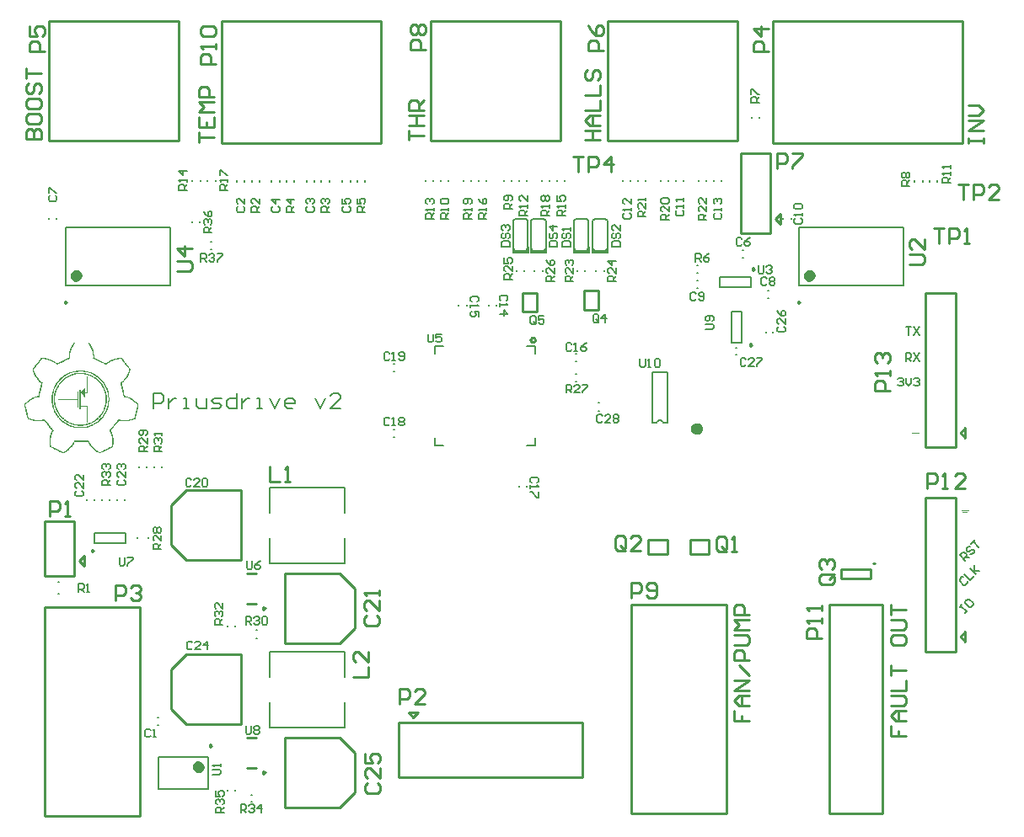
<source format=gto>
G04*
G04 #@! TF.GenerationSoftware,Altium Limited,CircuitStudio,1.5.2 (30)*
G04*
G04 Layer_Color=15065295*
%FSLAX25Y25*%
%MOIN*%
G70*
G01*
G75*
%ADD31C,0.00600*%
%ADD32C,0.01000*%
%ADD33C,0.00800*%
%ADD48C,0.00945*%
%ADD49C,0.02362*%
%ADD50C,0.00787*%
%ADD51C,0.00984*%
%ADD52R,0.00650X0.02300*%
%ADD53R,0.06700X0.01800*%
%ADD54R,0.00730X0.02560*%
G36*
X459135Y329268D02*
X457975D01*
Y329451D01*
X459135D01*
Y329268D01*
D02*
G37*
G36*
X478331Y299814D02*
X479708D01*
Y299625D01*
X476772D01*
Y299814D01*
X478148D01*
Y301573D01*
X478331D01*
Y299814D01*
D02*
G37*
G36*
X458646Y330522D02*
X460023D01*
Y330334D01*
X457087D01*
Y330522D01*
X458463D01*
Y332282D01*
X458646D01*
Y330522D01*
D02*
G37*
G36*
X459640Y329806D02*
X457470D01*
Y329995D01*
X459640D01*
Y329806D01*
D02*
G37*
G36*
X131834Y366291D02*
X131988D01*
Y366138D01*
Y365984D01*
X132142D01*
Y365830D01*
Y365677D01*
X132295D01*
Y365523D01*
X132449D01*
Y365369D01*
Y365216D01*
X132603D01*
Y365062D01*
Y364908D01*
X132756D01*
Y364755D01*
Y364601D01*
X132910D01*
Y364447D01*
Y364294D01*
X133064D01*
Y364140D01*
Y363986D01*
X133217D01*
Y363833D01*
Y363679D01*
Y363525D01*
X133371D01*
Y363371D01*
Y363218D01*
Y363064D01*
X133525D01*
Y362911D01*
Y362757D01*
Y362603D01*
Y362450D01*
X133678D01*
Y362296D01*
Y362142D01*
Y361988D01*
Y361835D01*
Y361681D01*
Y361527D01*
X133832D01*
Y361374D01*
Y361220D01*
Y361066D01*
Y360913D01*
Y360759D01*
Y360605D01*
Y360452D01*
Y360298D01*
X133986D01*
Y360144D01*
X134293D01*
Y359991D01*
X134600D01*
Y359837D01*
X134908D01*
Y359683D01*
X135215D01*
Y359530D01*
X135523D01*
Y359376D01*
X135830D01*
Y359222D01*
X136137D01*
Y359069D01*
X136598D01*
Y358915D01*
X136906D01*
Y358761D01*
X137213D01*
Y358608D01*
X137520D01*
Y358454D01*
X137828D01*
Y358300D01*
X138135D01*
Y358147D01*
X138596D01*
Y358300D01*
X138750D01*
Y358454D01*
X138903D01*
Y358608D01*
X139211D01*
Y358761D01*
X139365D01*
Y358915D01*
X139672D01*
Y359069D01*
X139979D01*
Y359222D01*
X140287D01*
Y359376D01*
X140594D01*
Y359530D01*
X141055D01*
Y359683D01*
X141516D01*
Y359837D01*
X141977D01*
Y359991D01*
X142745D01*
Y360144D01*
X143667D01*
Y360298D01*
X144743D01*
Y360144D01*
X144897D01*
Y359991D01*
Y359837D01*
X145051D01*
Y359683D01*
X145204D01*
Y359530D01*
X145358D01*
Y359376D01*
Y359222D01*
X145512D01*
Y359069D01*
X145665D01*
Y358915D01*
X145819D01*
Y358761D01*
X145973D01*
Y358608D01*
Y358454D01*
X146126D01*
Y358300D01*
X146280D01*
Y358147D01*
X146434D01*
Y357993D01*
X146587D01*
Y357839D01*
Y357685D01*
X146741D01*
Y357532D01*
X146895D01*
Y357378D01*
X147048D01*
Y357224D01*
X147202D01*
Y357071D01*
Y356917D01*
X147356D01*
Y356763D01*
X147509D01*
Y356610D01*
X147663D01*
Y356456D01*
X147817D01*
Y356302D01*
Y356149D01*
X147970D01*
Y355995D01*
X148124D01*
Y355841D01*
X148278D01*
Y355688D01*
Y355534D01*
X148124D01*
Y355380D01*
Y355227D01*
X147970D01*
Y355073D01*
Y354919D01*
Y354766D01*
X147817D01*
Y354612D01*
Y354458D01*
Y354305D01*
X147663D01*
Y354151D01*
Y353997D01*
X147509D01*
Y353843D01*
Y353690D01*
X147356D01*
Y353536D01*
Y353382D01*
X147202D01*
Y353229D01*
Y353075D01*
X147048D01*
Y352922D01*
Y352768D01*
X146895D01*
Y352614D01*
Y352460D01*
X146741D01*
Y352307D01*
X146587D01*
Y352153D01*
X146434D01*
Y351999D01*
Y351846D01*
X146280D01*
Y351692D01*
X146126D01*
Y351538D01*
X145973D01*
Y351385D01*
Y351231D01*
X145665D01*
Y351077D01*
X145512D01*
Y350924D01*
Y350770D01*
X145204D01*
Y350616D01*
Y350463D01*
X144897D01*
Y350309D01*
X144590D01*
Y350155D01*
X144743D01*
Y350002D01*
Y349848D01*
Y349694D01*
Y349540D01*
X144897D01*
Y349387D01*
Y349233D01*
Y349079D01*
Y348926D01*
X145051D01*
Y348772D01*
Y348619D01*
Y348465D01*
Y348311D01*
Y348158D01*
X145204D01*
Y348004D01*
Y347850D01*
Y347696D01*
Y347543D01*
X145358D01*
Y347389D01*
Y347235D01*
Y347082D01*
Y346928D01*
Y346774D01*
X145512D01*
Y346621D01*
Y346467D01*
Y346313D01*
Y346160D01*
X145665D01*
Y346006D01*
Y345852D01*
Y345699D01*
Y345545D01*
X145819D01*
Y345391D01*
Y345238D01*
X146126D01*
Y345084D01*
X146741D01*
Y344930D01*
X147202D01*
Y344777D01*
X147509D01*
Y344623D01*
X147970D01*
Y344469D01*
X148124D01*
Y344316D01*
X148432D01*
Y344162D01*
X148739D01*
Y344008D01*
X148892D01*
Y343854D01*
X149200D01*
Y343701D01*
X149354D01*
Y343547D01*
X149661D01*
Y343393D01*
X149815D01*
Y343240D01*
X149968D01*
Y343086D01*
X150122D01*
Y342932D01*
X150429D01*
Y342779D01*
X150583D01*
Y342625D01*
X150737D01*
Y342471D01*
X150890D01*
Y342318D01*
X151044D01*
Y342164D01*
X151198D01*
Y342010D01*
X151351D01*
Y341857D01*
Y341703D01*
Y341549D01*
Y341396D01*
Y341242D01*
X151198D01*
Y341088D01*
Y340935D01*
Y340781D01*
Y340627D01*
Y340474D01*
X151044D01*
Y340320D01*
Y340166D01*
Y340013D01*
Y339859D01*
X150890D01*
Y339705D01*
Y339551D01*
Y339398D01*
Y339244D01*
X150737D01*
Y339090D01*
Y338937D01*
Y338783D01*
Y338629D01*
Y338476D01*
X150583D01*
Y338322D01*
Y338168D01*
Y338015D01*
Y337861D01*
X150429D01*
Y337707D01*
Y337554D01*
Y337400D01*
Y337246D01*
X150276D01*
Y337093D01*
Y336939D01*
Y336785D01*
Y336632D01*
Y336478D01*
X150122D01*
Y336324D01*
Y336171D01*
Y336017D01*
X149661D01*
Y335863D01*
X149200D01*
Y335710D01*
X148585D01*
Y335556D01*
X147970D01*
Y335402D01*
X147202D01*
Y335248D01*
X144282D01*
Y335402D01*
X143514D01*
Y335248D01*
X143360D01*
Y335095D01*
X143207D01*
Y334941D01*
X143053D01*
Y334788D01*
X142899D01*
Y334634D01*
Y334480D01*
X142745D01*
Y334327D01*
X142592D01*
Y334173D01*
X142438D01*
Y334019D01*
X142284D01*
Y333865D01*
Y333712D01*
X142131D01*
Y333558D01*
X141977D01*
Y333404D01*
X141823D01*
Y333251D01*
X141670D01*
Y333097D01*
Y332943D01*
X141516D01*
Y332790D01*
X141362D01*
Y332636D01*
X141209D01*
Y332482D01*
X141055D01*
Y332329D01*
Y332175D01*
X140901D01*
Y332021D01*
X140748D01*
Y331868D01*
X140594D01*
Y331714D01*
X140440D01*
Y331560D01*
Y331407D01*
Y331253D01*
Y331099D01*
X140594D01*
Y330945D01*
Y330792D01*
X140748D01*
Y330638D01*
Y330485D01*
X140901D01*
Y330331D01*
Y330177D01*
Y330024D01*
X141055D01*
Y329870D01*
Y329716D01*
Y329562D01*
Y329409D01*
X141209D01*
Y329255D01*
Y329101D01*
Y328948D01*
Y328794D01*
Y328640D01*
Y328487D01*
X141362D01*
Y328333D01*
Y328179D01*
Y328026D01*
Y327872D01*
Y327718D01*
Y327565D01*
Y327411D01*
Y327257D01*
Y327104D01*
Y326950D01*
Y326796D01*
Y326643D01*
Y326489D01*
Y326335D01*
Y326182D01*
Y326028D01*
X141209D01*
Y325874D01*
Y325721D01*
Y325567D01*
Y325413D01*
Y325259D01*
Y325106D01*
Y324952D01*
X141055D01*
Y324798D01*
X140748D01*
Y324645D01*
X140440D01*
Y324491D01*
X140133D01*
Y324337D01*
X139825D01*
Y324184D01*
X139518D01*
Y324030D01*
X139057D01*
Y323876D01*
X138750D01*
Y323723D01*
X138443D01*
Y323569D01*
X138135D01*
Y323415D01*
X137828D01*
Y323262D01*
X137520D01*
Y323108D01*
X137213D01*
Y322954D01*
X136906D01*
Y322801D01*
X136598D01*
Y322647D01*
X136291D01*
Y322493D01*
X135523D01*
Y322647D01*
X135369D01*
Y322801D01*
X135062D01*
Y322954D01*
X134908D01*
Y323108D01*
X134600D01*
Y323262D01*
X134447D01*
Y323415D01*
X134293D01*
Y323569D01*
X133986D01*
Y323723D01*
X133832D01*
Y323876D01*
X133678D01*
Y324030D01*
X133525D01*
Y324184D01*
X133371D01*
Y324337D01*
X133217D01*
Y324491D01*
X133064D01*
Y324645D01*
X132910D01*
Y324798D01*
X132756D01*
Y324952D01*
X132603D01*
Y325106D01*
X132449D01*
Y325259D01*
X132295D01*
Y325413D01*
X132142D01*
Y325567D01*
Y325721D01*
X131988D01*
Y325874D01*
X131834D01*
Y326028D01*
Y326182D01*
X131681D01*
Y326335D01*
Y326489D01*
X131527D01*
Y326643D01*
Y326796D01*
X131373D01*
Y326950D01*
Y327104D01*
X126148D01*
Y326950D01*
Y326796D01*
X125995D01*
Y326643D01*
Y326489D01*
X125841D01*
Y326335D01*
Y326182D01*
X125687D01*
Y326028D01*
X125533D01*
Y325874D01*
Y325721D01*
X125380D01*
Y325567D01*
X125226D01*
Y325413D01*
X125073D01*
Y325259D01*
Y325106D01*
X124919D01*
Y324952D01*
X124765D01*
Y324798D01*
X124611D01*
Y324645D01*
X124458D01*
Y324491D01*
X124304D01*
Y324337D01*
X124150D01*
Y324184D01*
X123997D01*
Y324030D01*
X123843D01*
Y323876D01*
X123689D01*
Y323723D01*
X123382D01*
Y323569D01*
X123228D01*
Y323415D01*
X123075D01*
Y323262D01*
X122921D01*
Y323108D01*
X122614D01*
Y322954D01*
X122306D01*
Y322801D01*
X122153D01*
Y322647D01*
X121845D01*
Y322493D01*
X121230D01*
Y322647D01*
X120923D01*
Y322801D01*
X120616D01*
Y322954D01*
X120308D01*
Y323108D01*
X120001D01*
Y323262D01*
X119694D01*
Y323415D01*
X119386D01*
Y323569D01*
X119079D01*
Y323723D01*
X118772D01*
Y323876D01*
X118311D01*
Y324030D01*
X118003D01*
Y324184D01*
X117696D01*
Y324337D01*
X117389D01*
Y324491D01*
X117081D01*
Y324645D01*
X116774D01*
Y324798D01*
X116466D01*
Y324952D01*
X116313D01*
Y325106D01*
Y325259D01*
Y325413D01*
Y325567D01*
X116159D01*
Y325721D01*
Y325874D01*
Y326028D01*
Y326182D01*
Y326335D01*
Y326489D01*
Y326643D01*
Y326796D01*
Y326950D01*
Y327104D01*
Y327257D01*
Y327411D01*
Y327565D01*
Y327718D01*
Y327872D01*
Y328026D01*
Y328179D01*
Y328333D01*
Y328487D01*
Y328640D01*
X116313D01*
Y328794D01*
Y328948D01*
Y329101D01*
Y329255D01*
Y329409D01*
Y329562D01*
X116466D01*
Y329716D01*
Y329870D01*
Y330024D01*
Y330177D01*
X116620D01*
Y330331D01*
Y330485D01*
Y330638D01*
X116774D01*
Y330792D01*
Y330945D01*
X116928D01*
Y331099D01*
Y331253D01*
X117081D01*
Y331407D01*
Y331560D01*
X116928D01*
Y331714D01*
Y331868D01*
X116774D01*
Y332021D01*
X116620D01*
Y332175D01*
X116466D01*
Y332329D01*
X116313D01*
Y332482D01*
Y332636D01*
X116159D01*
Y332790D01*
X116006D01*
Y332943D01*
X115852D01*
Y333097D01*
X115698D01*
Y333251D01*
Y333404D01*
X115544D01*
Y333558D01*
X115391D01*
Y333712D01*
X115237D01*
Y333865D01*
X115083D01*
Y334019D01*
Y334173D01*
X114930D01*
Y334327D01*
X114776D01*
Y334480D01*
X114622D01*
Y334634D01*
X114469D01*
Y334788D01*
Y334941D01*
X114315D01*
Y335095D01*
X114161D01*
Y335248D01*
X114008D01*
Y335402D01*
X113239D01*
Y335248D01*
X110473D01*
Y335402D01*
X109551D01*
Y335556D01*
X108936D01*
Y335710D01*
X108475D01*
Y335863D01*
X108014D01*
Y336017D01*
X107399D01*
Y336171D01*
Y336324D01*
Y336478D01*
X107246D01*
Y336632D01*
Y336785D01*
Y336939D01*
Y337093D01*
X107092D01*
Y337246D01*
Y337400D01*
Y337554D01*
Y337707D01*
X106939D01*
Y337861D01*
Y338015D01*
Y338168D01*
Y338322D01*
Y338476D01*
X106785D01*
Y338629D01*
Y338783D01*
Y338937D01*
Y339090D01*
X106631D01*
Y339244D01*
Y339398D01*
Y339551D01*
Y339705D01*
Y339859D01*
X106477D01*
Y340013D01*
Y340166D01*
Y340320D01*
Y340474D01*
X106324D01*
Y340627D01*
Y340781D01*
Y340935D01*
Y341088D01*
X106170D01*
Y341242D01*
Y341396D01*
Y341549D01*
Y341703D01*
Y341857D01*
Y342010D01*
X106324D01*
Y342164D01*
X106477D01*
Y342318D01*
X106631D01*
Y342471D01*
X106785D01*
Y342625D01*
X106939D01*
Y342779D01*
X107092D01*
Y342932D01*
X107246D01*
Y343086D01*
X107399D01*
Y343240D01*
X107707D01*
Y343393D01*
X107861D01*
Y343547D01*
X108014D01*
Y343701D01*
X108322D01*
Y343854D01*
X108475D01*
Y344008D01*
X108783D01*
Y344162D01*
X108936D01*
Y344316D01*
X109244D01*
Y344469D01*
X109551D01*
Y344623D01*
X109858D01*
Y344777D01*
X110166D01*
Y344930D01*
X110627D01*
Y345084D01*
X111241D01*
Y345238D01*
X111703D01*
Y345391D01*
Y345545D01*
X111856D01*
Y345699D01*
Y345852D01*
Y346006D01*
Y346160D01*
Y346313D01*
X112010D01*
Y346467D01*
Y346621D01*
Y346774D01*
Y346928D01*
X112164D01*
Y347082D01*
Y347235D01*
Y347389D01*
Y347543D01*
X112317D01*
Y347696D01*
Y347850D01*
Y348004D01*
Y348158D01*
Y348311D01*
X112471D01*
Y348465D01*
Y348619D01*
Y348772D01*
Y348926D01*
X112625D01*
Y349079D01*
Y349233D01*
Y349387D01*
Y349540D01*
X112778D01*
Y349694D01*
Y349848D01*
Y350002D01*
Y350155D01*
Y350309D01*
X112625D01*
Y350463D01*
X112471D01*
Y350616D01*
X112317D01*
Y350770D01*
X112010D01*
Y350924D01*
Y351077D01*
X111856D01*
Y351231D01*
X111703D01*
Y351385D01*
X111549D01*
Y351538D01*
X111395D01*
Y351692D01*
X111241D01*
Y351846D01*
X111088D01*
Y351999D01*
Y352153D01*
X110934D01*
Y352307D01*
X110780D01*
Y352460D01*
Y352614D01*
X110627D01*
Y352768D01*
X110473D01*
Y352922D01*
Y353075D01*
X110319D01*
Y353229D01*
Y353382D01*
X110166D01*
Y353536D01*
Y353690D01*
X110012D01*
Y353843D01*
Y353997D01*
X109858D01*
Y354151D01*
Y354305D01*
X109705D01*
Y354458D01*
Y354612D01*
Y354766D01*
X109551D01*
Y354919D01*
Y355073D01*
Y355227D01*
X109397D01*
Y355380D01*
Y355534D01*
Y355688D01*
Y355841D01*
Y355995D01*
X109551D01*
Y356149D01*
Y356302D01*
X109705D01*
Y356456D01*
X109858D01*
Y356610D01*
X110012D01*
Y356763D01*
X110166D01*
Y356917D01*
Y357071D01*
X110319D01*
Y357224D01*
X110473D01*
Y357378D01*
X110627D01*
Y357532D01*
X110780D01*
Y357685D01*
Y357839D01*
X110934D01*
Y357993D01*
X111088D01*
Y358147D01*
X111241D01*
Y358300D01*
X111395D01*
Y358454D01*
Y358608D01*
X111549D01*
Y358761D01*
X111703D01*
Y358915D01*
X111856D01*
Y359069D01*
X112010D01*
Y359222D01*
Y359376D01*
X112164D01*
Y359530D01*
X112317D01*
Y359683D01*
X112471D01*
Y359837D01*
X112625D01*
Y359991D01*
Y360144D01*
X112778D01*
Y360298D01*
X113854D01*
Y360144D01*
X114930D01*
Y359991D01*
X115544D01*
Y359837D01*
X116006D01*
Y359683D01*
X116620D01*
Y359530D01*
X116928D01*
Y359376D01*
X117389D01*
Y359222D01*
X117542D01*
Y359069D01*
X117850D01*
Y358915D01*
X118157D01*
Y358761D01*
X118464D01*
Y358608D01*
X118618D01*
Y358454D01*
X118772D01*
Y358300D01*
X118925D01*
Y358147D01*
X119386D01*
Y358300D01*
X119694D01*
Y358454D01*
X120001D01*
Y358608D01*
X120308D01*
Y358761D01*
X120616D01*
Y358915D01*
X120923D01*
Y359069D01*
X121230D01*
Y359222D01*
X121538D01*
Y359376D01*
X121999D01*
Y359530D01*
X122306D01*
Y359683D01*
X122614D01*
Y359837D01*
X122921D01*
Y359991D01*
X123228D01*
Y360144D01*
X123536D01*
Y360298D01*
X123689D01*
Y360452D01*
Y360605D01*
Y360759D01*
Y360913D01*
Y361066D01*
Y361220D01*
Y361374D01*
Y361527D01*
X123843D01*
Y361681D01*
Y361835D01*
Y361988D01*
Y362142D01*
Y362296D01*
Y362450D01*
X123997D01*
Y362603D01*
Y362757D01*
Y362911D01*
Y363064D01*
X124150D01*
Y363218D01*
Y363371D01*
Y363525D01*
X124304D01*
Y363679D01*
Y363833D01*
X124458D01*
Y363986D01*
Y364140D01*
Y364294D01*
X124611D01*
Y364447D01*
Y364601D01*
X124765D01*
Y364755D01*
Y364908D01*
X124919D01*
Y365062D01*
Y365216D01*
X125073D01*
Y365369D01*
Y365523D01*
X125226D01*
Y365677D01*
X125380D01*
Y365830D01*
Y365984D01*
X125533D01*
Y366138D01*
Y366291D01*
X125687D01*
Y366445D01*
X131834D01*
Y366291D01*
D02*
G37*
G36*
X478820Y298559D02*
X477660D01*
Y298743D01*
X478820D01*
Y298559D01*
D02*
G37*
G36*
X479325Y299098D02*
X477155D01*
Y299287D01*
X479325D01*
Y299098D01*
D02*
G37*
%LPC*%
G36*
X131373Y366138D02*
X126148D01*
Y365984D01*
X125995D01*
Y365830D01*
X125841D01*
Y365677D01*
Y365523D01*
X125687D01*
Y365369D01*
Y365216D01*
X125533D01*
Y365062D01*
X125380D01*
Y364908D01*
Y364755D01*
X125226D01*
Y364601D01*
Y364447D01*
X125073D01*
Y364294D01*
Y364140D01*
X124919D01*
Y363986D01*
Y363833D01*
Y363679D01*
X124765D01*
Y363525D01*
Y363371D01*
Y363218D01*
X124611D01*
Y363064D01*
Y362911D01*
Y362757D01*
X124458D01*
Y362603D01*
Y362450D01*
Y362296D01*
X124304D01*
Y362142D01*
Y361988D01*
Y361835D01*
Y361681D01*
Y361527D01*
Y361374D01*
X124150D01*
Y361220D01*
X124304D01*
Y361066D01*
X124150D01*
Y360913D01*
Y360759D01*
Y360605D01*
Y360452D01*
X124304D01*
Y360298D01*
Y360144D01*
Y359991D01*
X123997D01*
Y359837D01*
X123689D01*
Y359683D01*
X123382D01*
Y359530D01*
X122921D01*
Y359376D01*
X122614D01*
Y359222D01*
X122306D01*
Y359069D01*
X121999D01*
Y358915D01*
X121692D01*
Y358761D01*
X121384D01*
Y358608D01*
X121077D01*
Y358454D01*
X120770D01*
Y358300D01*
X120462D01*
Y358147D01*
X120155D01*
Y357993D01*
X119847D01*
Y357839D01*
X119540D01*
Y357685D01*
X119233D01*
Y357532D01*
X118772D01*
Y357685D01*
Y357839D01*
X118618D01*
Y357993D01*
X118464D01*
Y358147D01*
X118157D01*
Y358300D01*
X118003D01*
Y358454D01*
X117696D01*
Y358608D01*
X117542D01*
Y358761D01*
X117235D01*
Y358915D01*
X116928D01*
Y359069D01*
X116466D01*
Y359222D01*
X116159D01*
Y359376D01*
X115544D01*
Y359530D01*
X115083D01*
Y359683D01*
X114161D01*
Y359837D01*
X113086D01*
Y359683D01*
X112932D01*
Y359530D01*
X112778D01*
Y359376D01*
Y359222D01*
X112625D01*
Y359069D01*
X112471D01*
Y358915D01*
X112317D01*
Y358761D01*
X112164D01*
Y358608D01*
Y358454D01*
X112010D01*
Y358300D01*
X111856D01*
Y358147D01*
X111703D01*
Y357993D01*
X111549D01*
Y357839D01*
Y357685D01*
X111395D01*
Y357532D01*
X111241D01*
Y357378D01*
X111088D01*
Y357224D01*
X110934D01*
Y357071D01*
Y356917D01*
X110780D01*
Y356763D01*
X110627D01*
Y356610D01*
X110473D01*
Y356456D01*
X110319D01*
Y356302D01*
Y356149D01*
X110166D01*
Y355995D01*
X110012D01*
Y355841D01*
X109858D01*
Y355688D01*
Y355534D01*
Y355380D01*
X110012D01*
Y355227D01*
Y355073D01*
Y354919D01*
X110166D01*
Y354766D01*
Y354612D01*
Y354458D01*
X110319D01*
Y354305D01*
Y354151D01*
X110473D01*
Y353997D01*
Y353843D01*
X110627D01*
Y353690D01*
Y353536D01*
X110780D01*
Y353382D01*
Y353229D01*
X110934D01*
Y353075D01*
X111088D01*
Y352922D01*
Y352768D01*
X111241D01*
Y352614D01*
X111395D01*
Y352460D01*
Y352307D01*
X111549D01*
Y352153D01*
X111703D01*
Y351999D01*
X111856D01*
Y351846D01*
Y351692D01*
X112010D01*
Y351538D01*
X112164D01*
Y351385D01*
X112317D01*
Y351231D01*
X112471D01*
Y351077D01*
X112625D01*
Y350924D01*
X112932D01*
Y350770D01*
X113086D01*
Y350616D01*
X113393D01*
Y350463D01*
Y350309D01*
Y350155D01*
X113239D01*
Y350002D01*
Y349848D01*
Y349694D01*
Y349540D01*
Y349387D01*
X113086D01*
Y349233D01*
Y349079D01*
Y348926D01*
Y348772D01*
X112932D01*
Y348619D01*
Y348465D01*
Y348311D01*
Y348158D01*
X112778D01*
Y348004D01*
Y347850D01*
Y347696D01*
Y347543D01*
Y347389D01*
X112625D01*
Y347235D01*
Y347082D01*
Y346928D01*
Y346774D01*
X112471D01*
Y346621D01*
Y346467D01*
Y346313D01*
Y346160D01*
X112317D01*
Y346006D01*
Y345852D01*
Y345699D01*
Y345545D01*
Y345391D01*
X112164D01*
Y345238D01*
Y345084D01*
Y344930D01*
Y344777D01*
X111241D01*
Y344623D01*
X110627D01*
Y344469D01*
X110319D01*
Y344316D01*
X110012D01*
Y344162D01*
X109705D01*
Y344008D01*
X109397D01*
Y343854D01*
X109090D01*
Y343701D01*
X108936D01*
Y343547D01*
X108629D01*
Y343393D01*
X108475D01*
Y343240D01*
X108168D01*
Y343086D01*
X108014D01*
Y342932D01*
X107861D01*
Y342779D01*
X107553D01*
Y342625D01*
X107399D01*
Y342471D01*
X107246D01*
Y342318D01*
X107092D01*
Y342164D01*
X106939D01*
Y342010D01*
X106785D01*
Y341857D01*
X106631D01*
Y341703D01*
Y341549D01*
Y341396D01*
Y341242D01*
Y341088D01*
X106785D01*
Y340935D01*
Y340781D01*
Y340627D01*
Y340474D01*
X106939D01*
Y340320D01*
Y340166D01*
Y340013D01*
Y339859D01*
X107092D01*
Y339705D01*
Y339551D01*
Y339398D01*
Y339244D01*
Y339090D01*
X107246D01*
Y338937D01*
Y338783D01*
Y338629D01*
Y338476D01*
X107399D01*
Y338322D01*
Y338168D01*
Y338015D01*
Y337861D01*
X107553D01*
Y337707D01*
Y337554D01*
Y337400D01*
Y337246D01*
Y337093D01*
X107707D01*
Y336939D01*
Y336785D01*
Y336632D01*
Y336478D01*
X108014D01*
Y336324D01*
X108322D01*
Y336171D01*
X108783D01*
Y336017D01*
X109397D01*
Y335863D01*
X110166D01*
Y335710D01*
X111549D01*
Y335556D01*
X112010D01*
Y335710D01*
X113239D01*
Y335863D01*
X113854D01*
Y336017D01*
X114161D01*
Y335863D01*
X114315D01*
Y335710D01*
X114469D01*
Y335556D01*
X114622D01*
Y335402D01*
Y335248D01*
X114776D01*
Y335095D01*
X114930D01*
Y334941D01*
X115083D01*
Y334788D01*
X115237D01*
Y334634D01*
Y334480D01*
X115391D01*
Y334327D01*
X115544D01*
Y334173D01*
X115698D01*
Y334019D01*
X115852D01*
Y333865D01*
Y333712D01*
X116006D01*
Y333558D01*
X116159D01*
Y333404D01*
X116313D01*
Y333251D01*
X116466D01*
Y333097D01*
Y332943D01*
X116620D01*
Y332790D01*
X116774D01*
Y332636D01*
X116928D01*
Y332482D01*
X117081D01*
Y332329D01*
Y332175D01*
X117235D01*
Y332021D01*
X117389D01*
Y331868D01*
X117542D01*
Y331714D01*
X117696D01*
Y331560D01*
Y331407D01*
Y331253D01*
X117542D01*
Y331099D01*
X117389D01*
Y330945D01*
Y330792D01*
X117235D01*
Y330638D01*
Y330485D01*
Y330331D01*
X117081D01*
Y330177D01*
Y330024D01*
Y329870D01*
X116928D01*
Y329716D01*
Y329562D01*
Y329409D01*
X116774D01*
Y329255D01*
Y329101D01*
Y328948D01*
Y328794D01*
Y328640D01*
Y328487D01*
X116620D01*
Y328333D01*
Y328179D01*
Y328026D01*
Y327872D01*
Y327718D01*
Y327565D01*
Y327411D01*
Y327257D01*
Y327104D01*
Y326950D01*
Y326796D01*
Y326643D01*
Y326489D01*
Y326335D01*
Y326182D01*
Y326028D01*
Y325874D01*
Y325721D01*
X116774D01*
Y325567D01*
Y325413D01*
Y325259D01*
X116928D01*
Y325106D01*
X117235D01*
Y324952D01*
X117542D01*
Y324798D01*
X117850D01*
Y324645D01*
X118157D01*
Y324491D01*
X118464D01*
Y324337D01*
X118772D01*
Y324184D01*
X119079D01*
Y324030D01*
X119386D01*
Y323876D01*
X119694D01*
Y323723D01*
X120155D01*
Y323569D01*
X120462D01*
Y323415D01*
X120770D01*
Y323262D01*
X121077D01*
Y323108D01*
X121384D01*
Y322954D01*
X121692D01*
Y323108D01*
X121999D01*
Y323262D01*
X122153D01*
Y323415D01*
X122460D01*
Y323569D01*
X122614D01*
Y323723D01*
X122767D01*
Y323876D01*
X123075D01*
Y324030D01*
X123228D01*
Y324184D01*
X123382D01*
Y324337D01*
X123536D01*
Y324491D01*
X123689D01*
Y324645D01*
X123843D01*
Y324798D01*
X124150D01*
Y324952D01*
Y325106D01*
X124304D01*
Y325259D01*
X124458D01*
Y325413D01*
X124611D01*
Y325567D01*
X124765D01*
Y325721D01*
X124919D01*
Y325874D01*
Y326028D01*
X125073D01*
Y326182D01*
X125226D01*
Y326335D01*
Y326489D01*
X125380D01*
Y326643D01*
Y326796D01*
X125533D01*
Y326950D01*
Y327104D01*
X125687D01*
Y327257D01*
Y327411D01*
Y327565D01*
X131681D01*
Y327411D01*
X131834D01*
Y327257D01*
Y327104D01*
Y326950D01*
X131988D01*
Y326796D01*
Y326643D01*
X132142D01*
Y326489D01*
Y326335D01*
X132295D01*
Y326182D01*
X132449D01*
Y326028D01*
Y325874D01*
X132603D01*
Y325721D01*
X132756D01*
Y325567D01*
X132910D01*
Y325413D01*
Y325259D01*
X133064D01*
Y325106D01*
X133217D01*
Y324952D01*
X133371D01*
Y324798D01*
X133525D01*
Y324645D01*
X133678D01*
Y324491D01*
X133832D01*
Y324337D01*
X133986D01*
Y324184D01*
X134293D01*
Y324030D01*
X134447D01*
Y323876D01*
X134600D01*
Y323723D01*
X134908D01*
Y323569D01*
X135062D01*
Y323415D01*
X135215D01*
Y323262D01*
X135523D01*
Y323108D01*
X135830D01*
Y322954D01*
X136137D01*
Y323108D01*
X136445D01*
Y323262D01*
X136752D01*
Y323415D01*
X137059D01*
Y323569D01*
X137367D01*
Y323723D01*
X137674D01*
Y323876D01*
X137981D01*
Y324030D01*
X138443D01*
Y324184D01*
X138750D01*
Y324337D01*
X139057D01*
Y324491D01*
X139365D01*
Y324645D01*
X139672D01*
Y324798D01*
X139979D01*
Y324952D01*
X140287D01*
Y325106D01*
X140594D01*
Y325259D01*
X140748D01*
Y325413D01*
Y325567D01*
Y325721D01*
Y325874D01*
Y326028D01*
Y326182D01*
X140901D01*
Y326335D01*
Y326489D01*
Y326643D01*
Y326796D01*
Y326950D01*
Y327104D01*
Y327257D01*
Y327411D01*
Y327565D01*
Y327718D01*
Y327872D01*
Y328026D01*
Y328179D01*
X140748D01*
Y328333D01*
Y328487D01*
Y328640D01*
Y328794D01*
Y328948D01*
Y329101D01*
Y329255D01*
X140594D01*
Y329409D01*
Y329562D01*
Y329716D01*
Y329870D01*
X140440D01*
Y330024D01*
Y330177D01*
Y330331D01*
X140287D01*
Y330485D01*
Y330638D01*
X140133D01*
Y330792D01*
Y330945D01*
X139979D01*
Y331099D01*
Y331253D01*
X139825D01*
Y331407D01*
Y331560D01*
Y331714D01*
X139979D01*
Y331868D01*
X140133D01*
Y332021D01*
X140287D01*
Y332175D01*
X140440D01*
Y332329D01*
Y332482D01*
X140594D01*
Y332636D01*
X140748D01*
Y332790D01*
X140901D01*
Y332943D01*
Y333097D01*
X141055D01*
Y333251D01*
X141209D01*
Y333404D01*
X141362D01*
Y333558D01*
X141516D01*
Y333712D01*
Y333865D01*
X141670D01*
Y334019D01*
X141823D01*
Y334173D01*
X141977D01*
Y334327D01*
X142131D01*
Y334480D01*
Y334634D01*
X142284D01*
Y334788D01*
X142438D01*
Y334941D01*
X142592D01*
Y335095D01*
X142745D01*
Y335248D01*
Y335402D01*
X142899D01*
Y335556D01*
X143053D01*
Y335710D01*
X143207D01*
Y335863D01*
X143360D01*
Y336017D01*
X143667D01*
Y335863D01*
X144129D01*
Y335710D01*
X145051D01*
Y335556D01*
X146280D01*
Y335710D01*
X147509D01*
Y335863D01*
X148124D01*
Y336017D01*
X148739D01*
Y336171D01*
X149200D01*
Y336324D01*
X149507D01*
Y336478D01*
X149661D01*
Y336632D01*
X149815D01*
Y336785D01*
Y336939D01*
Y337093D01*
Y337246D01*
Y337400D01*
X149968D01*
Y337554D01*
Y337707D01*
Y337861D01*
Y338015D01*
X150122D01*
Y338168D01*
Y338322D01*
Y338476D01*
Y338629D01*
X150276D01*
Y338783D01*
Y338937D01*
Y339090D01*
Y339244D01*
Y339398D01*
X150429D01*
Y339551D01*
Y339705D01*
Y339859D01*
Y340013D01*
X150583D01*
Y340166D01*
Y340320D01*
Y340474D01*
Y340627D01*
X150737D01*
Y340781D01*
Y340935D01*
Y341088D01*
Y341242D01*
Y341396D01*
X150890D01*
Y341549D01*
Y341703D01*
X150737D01*
Y341857D01*
X150583D01*
Y342010D01*
X150429D01*
Y342164D01*
X150276D01*
Y342318D01*
X150122D01*
Y342471D01*
X149968D01*
Y342625D01*
X149815D01*
Y342779D01*
X149661D01*
Y342932D01*
X149354D01*
Y343086D01*
X149200D01*
Y343240D01*
X149046D01*
Y343393D01*
X148739D01*
Y343547D01*
X148585D01*
Y343701D01*
X148278D01*
Y343854D01*
X148124D01*
Y344008D01*
X147817D01*
Y344162D01*
X147509D01*
Y344316D01*
X147202D01*
Y344469D01*
X146741D01*
Y344623D01*
X146280D01*
Y344777D01*
X145358D01*
Y344930D01*
Y345084D01*
Y345238D01*
Y345391D01*
X145204D01*
Y345545D01*
Y345699D01*
Y345852D01*
Y346006D01*
X145051D01*
Y346160D01*
Y346313D01*
Y346467D01*
Y346621D01*
X144897D01*
Y346774D01*
Y346928D01*
Y347082D01*
Y347235D01*
Y347389D01*
X144743D01*
Y347543D01*
Y347696D01*
Y347850D01*
Y348004D01*
X144590D01*
Y348158D01*
Y348311D01*
Y348465D01*
Y348619D01*
X144436D01*
Y348772D01*
Y348926D01*
Y349079D01*
Y349233D01*
Y349387D01*
X144282D01*
Y349540D01*
Y349694D01*
Y349848D01*
Y350002D01*
X144129D01*
Y350155D01*
Y350309D01*
Y350463D01*
Y350616D01*
X144436D01*
Y350770D01*
X144590D01*
Y350924D01*
X144897D01*
Y351077D01*
X145051D01*
Y351231D01*
X145204D01*
Y351385D01*
X145358D01*
Y351538D01*
X145512D01*
Y351692D01*
X145665D01*
Y351846D01*
X145819D01*
Y351999D01*
Y352153D01*
X145973D01*
Y352307D01*
X146126D01*
Y352460D01*
Y352614D01*
X146280D01*
Y352768D01*
X146434D01*
Y352922D01*
Y353075D01*
X146587D01*
Y353229D01*
X146741D01*
Y353382D01*
Y353536D01*
X146895D01*
Y353690D01*
Y353843D01*
X147048D01*
Y353997D01*
Y354151D01*
X147202D01*
Y354305D01*
Y354458D01*
X147356D01*
Y354612D01*
Y354766D01*
Y354919D01*
X147509D01*
Y355073D01*
Y355227D01*
Y355380D01*
X147663D01*
Y355534D01*
Y355688D01*
Y355841D01*
X147509D01*
Y355995D01*
X147356D01*
Y356149D01*
X147202D01*
Y356302D01*
Y356456D01*
X147048D01*
Y356610D01*
X146895D01*
Y356763D01*
X146741D01*
Y356917D01*
X146587D01*
Y357071D01*
Y357224D01*
X146434D01*
Y357378D01*
X146280D01*
Y357532D01*
X146126D01*
Y357685D01*
X145973D01*
Y357839D01*
Y357993D01*
X145819D01*
Y358147D01*
X145665D01*
Y358300D01*
X145512D01*
Y358454D01*
X145358D01*
Y358608D01*
Y358761D01*
X145204D01*
Y358915D01*
X145051D01*
Y359069D01*
X144897D01*
Y359222D01*
X144743D01*
Y359376D01*
Y359530D01*
X144590D01*
Y359683D01*
X144436D01*
Y359837D01*
X143360D01*
Y359683D01*
X142592D01*
Y359530D01*
X141977D01*
Y359376D01*
X141516D01*
Y359222D01*
X141055D01*
Y359069D01*
X140748D01*
Y358915D01*
X140287D01*
Y358761D01*
X140133D01*
Y358608D01*
X139825D01*
Y358454D01*
X139518D01*
Y358300D01*
X139365D01*
Y358147D01*
X139211D01*
Y357993D01*
X138903D01*
Y357839D01*
X138750D01*
Y357685D01*
X138596D01*
Y357532D01*
X138289D01*
Y357685D01*
X137981D01*
Y357839D01*
X137674D01*
Y357993D01*
X137367D01*
Y358147D01*
X137059D01*
Y358300D01*
X136752D01*
Y358454D01*
X136445D01*
Y358608D01*
X136137D01*
Y358761D01*
X135830D01*
Y358915D01*
X135523D01*
Y359069D01*
X135215D01*
Y359222D01*
X134754D01*
Y359376D01*
X134447D01*
Y359530D01*
X134140D01*
Y359683D01*
X133832D01*
Y359837D01*
X133525D01*
Y359991D01*
X133217D01*
Y360144D01*
Y360298D01*
Y360452D01*
X133371D01*
Y360605D01*
Y360759D01*
Y360913D01*
Y361066D01*
Y361220D01*
Y361374D01*
X133217D01*
Y361527D01*
Y361681D01*
Y361835D01*
Y361988D01*
Y362142D01*
Y362296D01*
X133064D01*
Y362450D01*
Y362603D01*
Y362757D01*
Y362911D01*
X132910D01*
Y363064D01*
Y363218D01*
Y363371D01*
X132756D01*
Y363525D01*
Y363679D01*
X132603D01*
Y363833D01*
Y363986D01*
Y364140D01*
X132449D01*
Y364294D01*
Y364447D01*
X132295D01*
Y364601D01*
Y364755D01*
X132142D01*
Y364908D01*
Y365062D01*
X131988D01*
Y365216D01*
Y365369D01*
X131834D01*
Y365523D01*
X131681D01*
Y365677D01*
Y365830D01*
X131527D01*
Y365984D01*
X131373D01*
Y366138D01*
D02*
G37*
%LPD*%
G36*
X130144Y355073D02*
X130912D01*
Y354919D01*
X131527D01*
Y354766D01*
X132142D01*
Y354612D01*
X132449D01*
Y354458D01*
X132910D01*
Y354305D01*
X133217D01*
Y354151D01*
X133525D01*
Y353997D01*
X133832D01*
Y353843D01*
X134140D01*
Y353690D01*
X134293D01*
Y353536D01*
X134600D01*
Y353382D01*
X134908D01*
Y353229D01*
X135062D01*
Y353075D01*
X135215D01*
Y352922D01*
X135523D01*
Y352768D01*
X135676D01*
Y352614D01*
X135830D01*
Y352460D01*
X135984D01*
Y352307D01*
X136137D01*
Y352153D01*
X136291D01*
Y351999D01*
X136445D01*
Y351846D01*
X136598D01*
Y351692D01*
X136752D01*
Y351538D01*
X136906D01*
Y351385D01*
X137059D01*
Y351231D01*
X137213D01*
Y351077D01*
X137367D01*
Y350924D01*
Y350770D01*
X137520D01*
Y350616D01*
X137674D01*
Y350463D01*
X137828D01*
Y350309D01*
Y350155D01*
X137981D01*
Y350002D01*
X138135D01*
Y349848D01*
Y349694D01*
X138289D01*
Y349540D01*
Y349387D01*
X138443D01*
Y349233D01*
Y349079D01*
X138596D01*
Y348926D01*
Y348772D01*
X138750D01*
Y348619D01*
Y348465D01*
X138903D01*
Y348311D01*
Y348158D01*
X139057D01*
Y348004D01*
Y347850D01*
Y347696D01*
X139211D01*
Y347543D01*
Y347389D01*
Y347235D01*
X139365D01*
Y347082D01*
Y346928D01*
Y346774D01*
Y346621D01*
X139518D01*
Y346467D01*
Y346313D01*
Y346160D01*
Y346006D01*
X139672D01*
Y345852D01*
Y345699D01*
Y345545D01*
Y345391D01*
Y345238D01*
Y345084D01*
Y344930D01*
Y344777D01*
Y344623D01*
X139825D01*
Y344469D01*
Y344316D01*
Y344162D01*
Y344008D01*
Y343854D01*
Y343701D01*
Y343547D01*
Y343393D01*
Y343240D01*
Y343086D01*
X139672D01*
Y342932D01*
Y342779D01*
Y342625D01*
Y342471D01*
Y342318D01*
Y342164D01*
Y342010D01*
Y341857D01*
X139518D01*
Y341703D01*
Y341549D01*
Y341396D01*
Y341242D01*
Y341088D01*
X139365D01*
Y340935D01*
Y340781D01*
Y340627D01*
Y340474D01*
X139211D01*
Y340320D01*
Y340166D01*
Y340013D01*
X139057D01*
Y339859D01*
Y339705D01*
X138903D01*
Y339551D01*
Y339398D01*
Y339244D01*
X138750D01*
Y339090D01*
Y338937D01*
X138596D01*
Y338783D01*
Y338629D01*
X138443D01*
Y338476D01*
Y338322D01*
X138289D01*
Y338168D01*
Y338015D01*
X138135D01*
Y337861D01*
X137981D01*
Y337707D01*
Y337554D01*
X137828D01*
Y337400D01*
X137674D01*
Y337246D01*
Y337093D01*
X137520D01*
Y336939D01*
X137367D01*
Y336785D01*
X137213D01*
Y336632D01*
X137059D01*
Y336478D01*
Y336324D01*
X136906D01*
Y336171D01*
X136752D01*
Y336017D01*
X136598D01*
Y335863D01*
X136445D01*
Y335710D01*
X136291D01*
Y335556D01*
X136137D01*
Y335402D01*
X135984D01*
Y335248D01*
X135830D01*
Y335095D01*
X135523D01*
Y334941D01*
X135369D01*
Y334788D01*
X135215D01*
Y334634D01*
X134908D01*
Y334480D01*
X134754D01*
Y334327D01*
X134447D01*
Y334173D01*
X134293D01*
Y334019D01*
X133986D01*
Y333865D01*
X133678D01*
Y333712D01*
X133371D01*
Y333558D01*
X133064D01*
Y333404D01*
X132756D01*
Y333251D01*
X132295D01*
Y333097D01*
X131834D01*
Y332943D01*
X131373D01*
Y332790D01*
X130759D01*
Y332636D01*
X129683D01*
Y332482D01*
X126917D01*
Y332636D01*
X125995D01*
Y332790D01*
X125380D01*
Y332943D01*
X124765D01*
Y333097D01*
X124304D01*
Y333251D01*
X123997D01*
Y333404D01*
X123536D01*
Y333558D01*
X123228D01*
Y333712D01*
X122921D01*
Y333865D01*
X122614D01*
Y334019D01*
X122460D01*
Y334173D01*
X122153D01*
Y334327D01*
X121845D01*
Y334480D01*
X121692D01*
Y334634D01*
X121538D01*
Y334788D01*
X121230D01*
Y334941D01*
X121077D01*
Y335095D01*
X120923D01*
Y335248D01*
X120770D01*
Y335402D01*
X120616D01*
Y335556D01*
X120462D01*
Y335710D01*
X120308D01*
Y335863D01*
X120155D01*
Y336017D01*
X120001D01*
Y336171D01*
X119847D01*
Y336324D01*
X119694D01*
Y336478D01*
X119540D01*
Y336632D01*
X119386D01*
Y336785D01*
X119233D01*
Y336939D01*
Y337093D01*
X119079D01*
Y337246D01*
X118925D01*
Y337400D01*
X118772D01*
Y337554D01*
Y337707D01*
X118618D01*
Y337861D01*
X118464D01*
Y338015D01*
Y338168D01*
X118311D01*
Y338322D01*
Y338476D01*
X118157D01*
Y338629D01*
Y338783D01*
X118003D01*
Y338937D01*
Y339090D01*
X117850D01*
Y339244D01*
Y339398D01*
X117696D01*
Y339551D01*
Y339705D01*
Y339859D01*
X117542D01*
Y340013D01*
Y340166D01*
Y340320D01*
X117389D01*
Y340474D01*
Y340627D01*
Y340781D01*
X117235D01*
Y340935D01*
Y341088D01*
Y341242D01*
Y341396D01*
X117081D01*
Y341549D01*
Y341703D01*
Y341857D01*
Y342010D01*
Y342164D01*
X116928D01*
Y342318D01*
Y342471D01*
Y342625D01*
Y342779D01*
Y342932D01*
Y343086D01*
Y343240D01*
Y343393D01*
Y343547D01*
Y343701D01*
Y343854D01*
Y344008D01*
Y344162D01*
Y344316D01*
Y344469D01*
Y344623D01*
Y344777D01*
Y344930D01*
Y345084D01*
Y345238D01*
Y345391D01*
Y345545D01*
X117081D01*
Y345699D01*
Y345852D01*
Y346006D01*
Y346160D01*
Y346313D01*
Y346467D01*
X117235D01*
Y346621D01*
Y346774D01*
Y346928D01*
Y347082D01*
X117389D01*
Y347235D01*
Y347389D01*
Y347543D01*
X117542D01*
Y347696D01*
Y347850D01*
Y348004D01*
X117696D01*
Y348158D01*
Y348311D01*
X117850D01*
Y348465D01*
Y348619D01*
X118003D01*
Y348772D01*
Y348926D01*
Y349079D01*
X118157D01*
Y349233D01*
X118311D01*
Y349387D01*
Y349540D01*
X118464D01*
Y349694D01*
Y349848D01*
X118618D01*
Y350002D01*
Y350155D01*
X118772D01*
Y350309D01*
X118925D01*
Y350463D01*
X119079D01*
Y350616D01*
Y350770D01*
X119233D01*
Y350924D01*
X119386D01*
Y351077D01*
X119540D01*
Y351231D01*
Y351385D01*
X119694D01*
Y351538D01*
X119847D01*
Y351692D01*
X120001D01*
Y351846D01*
X120155D01*
Y351999D01*
X120308D01*
Y352153D01*
X120462D01*
Y352307D01*
X120616D01*
Y352460D01*
X120770D01*
Y352614D01*
X121077D01*
Y352768D01*
X121230D01*
Y352922D01*
X121384D01*
Y353075D01*
X121538D01*
Y353229D01*
X121845D01*
Y353382D01*
X121999D01*
Y353536D01*
X122306D01*
Y353690D01*
X122614D01*
Y353843D01*
X122767D01*
Y353997D01*
X123075D01*
Y354151D01*
X123382D01*
Y354305D01*
X123843D01*
Y354458D01*
X124150D01*
Y354612D01*
X124611D01*
Y354766D01*
X125073D01*
Y354919D01*
X125687D01*
Y355073D01*
X126456D01*
Y355227D01*
X130144D01*
Y355073D01*
D02*
G37*
%LPC*%
G36*
X129376Y354919D02*
X127378D01*
Y354766D01*
X126302D01*
Y354612D01*
X125533D01*
Y354458D01*
X125073D01*
Y354305D01*
X124611D01*
Y354151D01*
X124304D01*
Y353997D01*
X123843D01*
Y353843D01*
X123536D01*
Y353690D01*
X123228D01*
Y353536D01*
X122921D01*
Y353382D01*
X122767D01*
Y353229D01*
X122460D01*
Y353075D01*
X122153D01*
Y352922D01*
X121999D01*
Y352768D01*
X121845D01*
Y352614D01*
X121538D01*
Y352460D01*
X121384D01*
Y352307D01*
X121230D01*
Y352153D01*
X121077D01*
Y351999D01*
X120923D01*
Y351846D01*
X120770D01*
Y351692D01*
X120616D01*
Y351538D01*
X120462D01*
Y351385D01*
X120308D01*
Y351231D01*
X120155D01*
Y351077D01*
X120001D01*
Y350924D01*
X119847D01*
Y350770D01*
X119694D01*
Y350616D01*
Y350463D01*
X119540D01*
Y350309D01*
X119386D01*
Y350155D01*
X119233D01*
Y350002D01*
Y349848D01*
X119079D01*
Y349694D01*
X118925D01*
Y349540D01*
Y349387D01*
X118772D01*
Y349233D01*
Y349079D01*
X118618D01*
Y348926D01*
Y348772D01*
X118464D01*
Y348619D01*
Y348465D01*
X118311D01*
Y348311D01*
Y348158D01*
X118157D01*
Y348004D01*
Y347850D01*
X118003D01*
Y347696D01*
Y347543D01*
Y347389D01*
X117850D01*
Y347235D01*
Y347082D01*
Y346928D01*
Y346774D01*
X117696D01*
Y346621D01*
Y346467D01*
Y346313D01*
Y346160D01*
X117542D01*
Y346006D01*
Y345852D01*
Y345699D01*
Y345545D01*
Y345391D01*
X117389D01*
Y345238D01*
Y345084D01*
Y344930D01*
Y344777D01*
Y344623D01*
Y344469D01*
Y344316D01*
Y344162D01*
Y344008D01*
Y343854D01*
Y343701D01*
Y343547D01*
Y343393D01*
Y343240D01*
Y343086D01*
Y342932D01*
Y342779D01*
Y342625D01*
Y342471D01*
Y342318D01*
X117542D01*
Y342164D01*
Y342010D01*
Y341857D01*
Y341703D01*
Y341549D01*
X117696D01*
Y341396D01*
Y341242D01*
Y341088D01*
Y340935D01*
X117850D01*
Y340781D01*
Y340627D01*
Y340474D01*
X118003D01*
Y340320D01*
Y340166D01*
Y340013D01*
X118157D01*
Y339859D01*
Y339705D01*
Y339551D01*
X118311D01*
Y339398D01*
Y339244D01*
X118464D01*
Y339090D01*
Y338937D01*
X118618D01*
Y338783D01*
Y338629D01*
X118772D01*
Y338476D01*
Y338322D01*
X118925D01*
Y338168D01*
X119079D01*
Y338015D01*
Y337861D01*
X119233D01*
Y337707D01*
X119386D01*
Y337554D01*
Y337400D01*
X119540D01*
Y337246D01*
X119694D01*
Y337093D01*
X119847D01*
Y336939D01*
Y336785D01*
X120001D01*
Y336632D01*
X120155D01*
Y336478D01*
X120308D01*
Y336324D01*
X120462D01*
Y336171D01*
X120616D01*
Y336017D01*
X120770D01*
Y335863D01*
X120923D01*
Y335710D01*
X121077D01*
Y335556D01*
X121230D01*
Y335402D01*
X121538D01*
Y335248D01*
X121692D01*
Y335095D01*
X121845D01*
Y334941D01*
X122153D01*
Y334788D01*
X122306D01*
Y334634D01*
X122614D01*
Y334480D01*
X122767D01*
Y334327D01*
X123075D01*
Y334173D01*
X123382D01*
Y334019D01*
X123689D01*
Y333865D01*
X123997D01*
Y333712D01*
X124458D01*
Y333558D01*
X124765D01*
Y333404D01*
X125226D01*
Y333251D01*
X125841D01*
Y333097D01*
X126609D01*
Y332943D01*
X129990D01*
Y333097D01*
X130759D01*
Y333251D01*
X131373D01*
Y333404D01*
X131834D01*
Y333558D01*
X132295D01*
Y333712D01*
X132603D01*
Y333865D01*
X132910D01*
Y334019D01*
X133371D01*
Y334173D01*
X133525D01*
Y334327D01*
X133832D01*
Y334480D01*
X134140D01*
Y334634D01*
X134293D01*
Y334788D01*
X134600D01*
Y334941D01*
X134754D01*
Y335095D01*
X135062D01*
Y335248D01*
X135215D01*
Y335402D01*
X135369D01*
Y335556D01*
X135523D01*
Y335710D01*
X135676D01*
Y335863D01*
X135830D01*
Y336017D01*
X135984D01*
Y336171D01*
X136137D01*
Y336324D01*
X136291D01*
Y336478D01*
X136445D01*
Y336632D01*
X136598D01*
Y336785D01*
X136752D01*
Y336939D01*
X136906D01*
Y337093D01*
X137059D01*
Y337246D01*
Y337400D01*
X137213D01*
Y337554D01*
X137367D01*
Y337707D01*
Y337861D01*
X137520D01*
Y338015D01*
X137674D01*
Y338168D01*
Y338322D01*
X137828D01*
Y338476D01*
X137981D01*
Y338629D01*
Y338783D01*
X138135D01*
Y338937D01*
Y339090D01*
X138289D01*
Y339244D01*
Y339398D01*
X138443D01*
Y339551D01*
Y339705D01*
Y339859D01*
X138596D01*
Y340013D01*
Y340166D01*
Y340320D01*
X138750D01*
Y340474D01*
Y340627D01*
Y340781D01*
X138903D01*
Y340935D01*
Y341088D01*
Y341242D01*
X139057D01*
Y341396D01*
Y341549D01*
Y341703D01*
Y341857D01*
Y342010D01*
X139211D01*
Y342164D01*
Y342318D01*
Y342471D01*
Y342625D01*
Y342779D01*
Y342932D01*
Y343086D01*
Y343240D01*
X139365D01*
Y343393D01*
Y343547D01*
Y343701D01*
Y343854D01*
Y344008D01*
Y344162D01*
Y344316D01*
Y344469D01*
X139211D01*
Y344623D01*
Y344777D01*
Y344930D01*
Y345084D01*
Y345238D01*
Y345391D01*
Y345545D01*
Y345699D01*
Y345852D01*
X139057D01*
Y346006D01*
Y346160D01*
Y346313D01*
Y346467D01*
X138903D01*
Y346621D01*
Y346774D01*
Y346928D01*
Y347082D01*
X138750D01*
Y347235D01*
Y347389D01*
Y347543D01*
X138596D01*
Y347696D01*
Y347850D01*
Y348004D01*
X138443D01*
Y348158D01*
Y348311D01*
X138289D01*
Y348465D01*
Y348619D01*
X138135D01*
Y348772D01*
Y348926D01*
X137981D01*
Y349079D01*
Y349233D01*
X137828D01*
Y349387D01*
Y349540D01*
X137674D01*
Y349694D01*
X137520D01*
Y349848D01*
Y350002D01*
X137367D01*
Y350155D01*
X137213D01*
Y350309D01*
Y350463D01*
X137059D01*
Y350616D01*
X136906D01*
Y350770D01*
X136752D01*
Y350924D01*
X136598D01*
Y351077D01*
Y351231D01*
X136445D01*
Y351385D01*
X136291D01*
Y351538D01*
X136137D01*
Y351692D01*
X135984D01*
Y351846D01*
X135830D01*
Y351999D01*
X135676D01*
Y352153D01*
X135369D01*
Y352307D01*
X135215D01*
Y352460D01*
X135062D01*
Y352614D01*
X134908D01*
Y352768D01*
X134600D01*
Y352922D01*
X134447D01*
Y353075D01*
X134140D01*
Y353229D01*
X133986D01*
Y353382D01*
X133678D01*
Y353536D01*
X133371D01*
Y353690D01*
X133064D01*
Y353843D01*
X132756D01*
Y353997D01*
X132449D01*
Y354151D01*
X131988D01*
Y354305D01*
X131527D01*
Y354458D01*
X131066D01*
Y354612D01*
X130451D01*
Y354766D01*
X129376D01*
Y354919D01*
D02*
G37*
%LPD*%
G36*
X129683Y354151D02*
X130605D01*
Y353997D01*
X131220D01*
Y353843D01*
X131681D01*
Y353690D01*
X132142D01*
Y353536D01*
X132449D01*
Y353382D01*
X132910D01*
Y353229D01*
X133217D01*
Y353075D01*
X133525D01*
Y352922D01*
X133678D01*
Y352768D01*
X133986D01*
Y352614D01*
X134140D01*
Y352460D01*
X134447D01*
Y352307D01*
X134600D01*
Y352153D01*
X134908D01*
Y351999D01*
X135062D01*
Y351846D01*
X135215D01*
Y351692D01*
X135369D01*
Y351538D01*
X135523D01*
Y351385D01*
X135676D01*
Y351231D01*
X135830D01*
Y351077D01*
X135984D01*
Y350924D01*
X136137D01*
Y350770D01*
X136291D01*
Y350616D01*
X136445D01*
Y350463D01*
X136598D01*
Y350309D01*
Y350155D01*
X136752D01*
Y350002D01*
X136906D01*
Y349848D01*
X137059D01*
Y349694D01*
Y349540D01*
X137213D01*
Y349387D01*
Y349233D01*
X137367D01*
Y349079D01*
X137520D01*
Y348926D01*
Y348772D01*
X137674D01*
Y348619D01*
Y348465D01*
X137828D01*
Y348311D01*
Y348158D01*
X137981D01*
Y348004D01*
Y347850D01*
Y347696D01*
X138135D01*
Y347543D01*
Y347389D01*
X138289D01*
Y347235D01*
Y347082D01*
Y346928D01*
X138443D01*
Y346774D01*
Y346621D01*
Y346467D01*
Y346313D01*
X138596D01*
Y346160D01*
Y346006D01*
Y345852D01*
Y345699D01*
Y345545D01*
X138750D01*
Y345391D01*
Y345238D01*
Y345084D01*
Y344930D01*
Y344777D01*
Y344623D01*
Y344469D01*
Y344316D01*
Y344162D01*
Y344008D01*
Y343854D01*
Y343701D01*
Y343547D01*
Y343393D01*
Y343240D01*
Y343086D01*
Y342932D01*
Y342779D01*
Y342625D01*
Y342471D01*
Y342318D01*
X138596D01*
Y342164D01*
Y342010D01*
Y341857D01*
Y341703D01*
Y341549D01*
Y341396D01*
X138443D01*
Y341242D01*
Y341088D01*
Y340935D01*
X138289D01*
Y340781D01*
Y340627D01*
Y340474D01*
Y340320D01*
X138135D01*
Y340166D01*
Y340013D01*
X137981D01*
Y339859D01*
Y339705D01*
Y339551D01*
X137828D01*
Y339398D01*
Y339244D01*
X137674D01*
Y339090D01*
Y338937D01*
X137520D01*
Y338783D01*
Y338629D01*
X137367D01*
Y338476D01*
X137213D01*
Y338322D01*
Y338168D01*
X137059D01*
Y338015D01*
X136906D01*
Y337861D01*
Y337707D01*
X136752D01*
Y337554D01*
X136598D01*
Y337400D01*
X136445D01*
Y337246D01*
Y337093D01*
X136291D01*
Y336939D01*
X136137D01*
Y336785D01*
X135984D01*
Y336632D01*
X135830D01*
Y336478D01*
X135676D01*
Y336324D01*
X135523D01*
Y336171D01*
X135369D01*
Y336017D01*
X135215D01*
Y335863D01*
X135062D01*
Y335710D01*
X134754D01*
Y335556D01*
X134600D01*
Y335402D01*
X134447D01*
Y335248D01*
X134140D01*
Y335095D01*
X133986D01*
Y334941D01*
X133678D01*
Y334788D01*
X133371D01*
Y334634D01*
X133064D01*
Y334480D01*
X132756D01*
Y334327D01*
X132449D01*
Y334173D01*
X132142D01*
Y334019D01*
X131681D01*
Y333865D01*
X131066D01*
Y333712D01*
X130451D01*
Y333558D01*
X129529D01*
Y333404D01*
X127070D01*
Y333558D01*
X126148D01*
Y333712D01*
X125533D01*
Y333865D01*
X124919D01*
Y334019D01*
X124458D01*
Y334173D01*
X124150D01*
Y334327D01*
X123843D01*
Y334480D01*
X123536D01*
Y334634D01*
X123228D01*
Y334788D01*
X122921D01*
Y334941D01*
X122614D01*
Y335095D01*
X122460D01*
Y335248D01*
X122153D01*
Y335402D01*
X121999D01*
Y335556D01*
X121845D01*
Y335710D01*
X121692D01*
Y335863D01*
X121384D01*
Y336017D01*
X121230D01*
Y336171D01*
X121077D01*
Y336324D01*
X120923D01*
Y336478D01*
X120770D01*
Y336632D01*
X120616D01*
Y336785D01*
X120462D01*
Y336939D01*
X120308D01*
Y337093D01*
X120155D01*
Y337246D01*
Y337400D01*
X120001D01*
Y337554D01*
X119847D01*
Y337707D01*
X119694D01*
Y337861D01*
Y338015D01*
X119540D01*
Y338168D01*
X119386D01*
Y338322D01*
Y338476D01*
X119233D01*
Y338629D01*
Y338783D01*
X119079D01*
Y338937D01*
X118925D01*
Y339090D01*
Y339244D01*
X118772D01*
Y339398D01*
Y339551D01*
Y339705D01*
X118618D01*
Y339859D01*
Y340013D01*
X118464D01*
Y340166D01*
Y340320D01*
Y340474D01*
X118311D01*
Y340627D01*
Y340781D01*
Y340935D01*
X118157D01*
Y341088D01*
Y341242D01*
Y341396D01*
Y341549D01*
X118003D01*
Y341703D01*
Y341857D01*
Y342010D01*
Y342164D01*
Y342318D01*
Y342471D01*
X117850D01*
Y342625D01*
Y342779D01*
Y342932D01*
Y343086D01*
Y343240D01*
Y343393D01*
Y343547D01*
Y343701D01*
Y343854D01*
Y344008D01*
Y344162D01*
Y344316D01*
Y344469D01*
Y344623D01*
Y344777D01*
Y344930D01*
Y345084D01*
Y345238D01*
Y345391D01*
X118003D01*
Y345545D01*
Y345699D01*
Y345852D01*
Y346006D01*
Y346160D01*
X118157D01*
Y346313D01*
Y346467D01*
Y346621D01*
Y346774D01*
X118311D01*
Y346928D01*
Y347082D01*
Y347235D01*
X118464D01*
Y347389D01*
Y347543D01*
Y347696D01*
X118618D01*
Y347850D01*
Y348004D01*
X118772D01*
Y348158D01*
Y348311D01*
Y348465D01*
X118925D01*
Y348619D01*
Y348772D01*
X119079D01*
Y348926D01*
X119233D01*
Y349079D01*
Y349233D01*
X119386D01*
Y349387D01*
Y349540D01*
X119540D01*
Y349694D01*
X119694D01*
Y349848D01*
Y350002D01*
X119847D01*
Y350155D01*
X120001D01*
Y350309D01*
X120155D01*
Y350463D01*
Y350616D01*
X120308D01*
Y350770D01*
X120462D01*
Y350924D01*
X120616D01*
Y351077D01*
X120770D01*
Y351231D01*
X120923D01*
Y351385D01*
X121077D01*
Y351538D01*
X121230D01*
Y351692D01*
X121384D01*
Y351846D01*
X121538D01*
Y351999D01*
X121845D01*
Y352153D01*
X121999D01*
Y352307D01*
X122153D01*
Y352460D01*
X122460D01*
Y352614D01*
X122614D01*
Y352768D01*
X122921D01*
Y352922D01*
X123228D01*
Y353075D01*
X123382D01*
Y353229D01*
X123689D01*
Y353382D01*
X124150D01*
Y353536D01*
X124458D01*
Y353690D01*
X124919D01*
Y353843D01*
X125380D01*
Y353997D01*
X125995D01*
Y354151D01*
X126917D01*
Y354305D01*
X129683D01*
Y354151D01*
D02*
G37*
%LPC*%
G36*
X129990Y353843D02*
X126609D01*
Y353690D01*
X125995D01*
Y353536D01*
X125380D01*
Y353382D01*
X124919D01*
Y353229D01*
X124611D01*
Y353075D01*
X124150D01*
Y352922D01*
X123843D01*
Y352768D01*
X123536D01*
Y352614D01*
X123382D01*
Y352460D01*
X123075D01*
Y352307D01*
X122767D01*
Y352153D01*
X122614D01*
Y351999D01*
X122306D01*
Y351846D01*
X122153D01*
Y351692D01*
X121999D01*
Y351538D01*
X121845D01*
Y351385D01*
X121692D01*
Y351231D01*
X121538D01*
Y351077D01*
X121230D01*
Y350924D01*
X121077D01*
Y350770D01*
Y350616D01*
X120923D01*
Y350463D01*
X120770D01*
Y350309D01*
X120616D01*
Y350155D01*
X120462D01*
Y350002D01*
X120308D01*
Y349848D01*
Y349694D01*
X120155D01*
Y349540D01*
X120001D01*
Y349387D01*
X119847D01*
Y349233D01*
Y349079D01*
X119694D01*
Y348926D01*
Y348772D01*
X119540D01*
Y348619D01*
Y348465D01*
X119386D01*
Y348311D01*
Y348158D01*
X119233D01*
Y348004D01*
Y347850D01*
X119079D01*
Y347696D01*
Y347543D01*
X118925D01*
Y347389D01*
Y347235D01*
Y347082D01*
X118772D01*
Y346928D01*
Y346774D01*
Y346621D01*
X118618D01*
Y346467D01*
Y346313D01*
Y346160D01*
Y346006D01*
X118464D01*
Y345852D01*
Y345699D01*
Y345545D01*
Y345391D01*
Y345238D01*
X118311D01*
Y345084D01*
Y344930D01*
Y344777D01*
Y344623D01*
Y344469D01*
Y344316D01*
Y344162D01*
Y344008D01*
Y343854D01*
Y343701D01*
Y343547D01*
Y343393D01*
Y343240D01*
Y343086D01*
Y342932D01*
Y342779D01*
Y342625D01*
X118464D01*
Y342471D01*
Y342318D01*
Y342164D01*
Y342010D01*
Y341857D01*
Y341703D01*
X118618D01*
Y341549D01*
Y341396D01*
Y341242D01*
Y341088D01*
X118772D01*
Y340935D01*
Y340781D01*
Y340627D01*
X118925D01*
Y340474D01*
Y340320D01*
Y340166D01*
X119079D01*
Y340013D01*
Y339859D01*
X119233D01*
Y339705D01*
Y339551D01*
X119386D01*
Y339398D01*
Y339244D01*
X119540D01*
Y339090D01*
Y338937D01*
X119694D01*
Y338783D01*
Y338629D01*
X119847D01*
Y338476D01*
X120001D01*
Y338322D01*
Y338168D01*
X120155D01*
Y338015D01*
X120308D01*
Y337861D01*
Y337707D01*
X120462D01*
Y337554D01*
X120616D01*
Y337400D01*
X120770D01*
Y337246D01*
X120923D01*
Y337093D01*
X121077D01*
Y336939D01*
X121230D01*
Y336785D01*
X121384D01*
Y336632D01*
X121538D01*
Y336478D01*
X121692D01*
Y336324D01*
X121845D01*
Y336171D01*
X121999D01*
Y336017D01*
X122153D01*
Y335863D01*
X122460D01*
Y335710D01*
X122614D01*
Y335556D01*
X122767D01*
Y335402D01*
X123075D01*
Y335248D01*
X123382D01*
Y335095D01*
X123536D01*
Y334941D01*
X123843D01*
Y334788D01*
X124304D01*
Y334634D01*
X124611D01*
Y334480D01*
X124919D01*
Y334327D01*
X125380D01*
Y334173D01*
X125995D01*
Y334019D01*
X126763D01*
Y333865D01*
X129836D01*
Y334019D01*
X130605D01*
Y334173D01*
X131220D01*
Y334327D01*
X131681D01*
Y334480D01*
X131988D01*
Y334634D01*
X132449D01*
Y334788D01*
X132756D01*
Y334941D01*
X133064D01*
Y335095D01*
X133217D01*
Y335248D01*
X133525D01*
Y335402D01*
X133832D01*
Y335556D01*
X133986D01*
Y335710D01*
X134140D01*
Y335863D01*
X134447D01*
Y336017D01*
X134600D01*
Y336171D01*
X134754D01*
Y336324D01*
X134908D01*
Y336478D01*
X135062D01*
Y336632D01*
X135369D01*
Y336785D01*
X135523D01*
Y336939D01*
Y337093D01*
X135676D01*
Y337246D01*
X135830D01*
Y337400D01*
X135984D01*
Y337554D01*
X136137D01*
Y337707D01*
X136291D01*
Y337861D01*
Y338015D01*
X136445D01*
Y338168D01*
X136598D01*
Y338322D01*
X136752D01*
Y338476D01*
Y338629D01*
X136906D01*
Y338783D01*
Y338937D01*
X137059D01*
Y339090D01*
X137213D01*
Y339244D01*
Y339398D01*
X137367D01*
Y339551D01*
Y339705D01*
Y339859D01*
X137520D01*
Y340013D01*
Y340166D01*
X137674D01*
Y340320D01*
Y340474D01*
Y340627D01*
X137828D01*
Y340781D01*
Y340935D01*
Y341088D01*
X137981D01*
Y341242D01*
Y341396D01*
Y341549D01*
X138135D01*
Y341703D01*
Y341857D01*
Y342010D01*
Y342164D01*
Y342318D01*
Y342471D01*
X138289D01*
Y342625D01*
Y342779D01*
Y342932D01*
Y343086D01*
Y343240D01*
Y343393D01*
Y343547D01*
Y343701D01*
Y343854D01*
Y344008D01*
Y344162D01*
Y344316D01*
Y344469D01*
Y344623D01*
Y344777D01*
Y344930D01*
Y345084D01*
Y345238D01*
X138135D01*
Y345391D01*
Y345545D01*
Y345699D01*
Y345852D01*
Y346006D01*
Y346160D01*
X137981D01*
Y346313D01*
Y346467D01*
Y346621D01*
X137828D01*
Y346774D01*
Y346928D01*
Y347082D01*
Y347235D01*
X137674D01*
Y347389D01*
Y347543D01*
X137520D01*
Y347696D01*
Y347850D01*
Y348004D01*
X137367D01*
Y348158D01*
Y348311D01*
X137213D01*
Y348465D01*
Y348619D01*
X137059D01*
Y348772D01*
X136906D01*
Y348926D01*
Y349079D01*
X136752D01*
Y349233D01*
Y349387D01*
X136598D01*
Y349540D01*
X136445D01*
Y349694D01*
Y349848D01*
X136291D01*
Y350002D01*
X136137D01*
Y350155D01*
X135984D01*
Y350309D01*
X135830D01*
Y350463D01*
X135676D01*
Y350616D01*
Y350770D01*
X135523D01*
Y350924D01*
X135369D01*
Y351077D01*
X135215D01*
Y351231D01*
X135062D01*
Y351385D01*
X134754D01*
Y351538D01*
X134600D01*
Y351692D01*
X134447D01*
Y351846D01*
X134293D01*
Y351999D01*
X133986D01*
Y352153D01*
X133832D01*
Y352307D01*
X133525D01*
Y352460D01*
X133371D01*
Y352614D01*
X133064D01*
Y352768D01*
X132756D01*
Y352922D01*
X132449D01*
Y353075D01*
X132142D01*
Y353229D01*
X131681D01*
Y353382D01*
X131220D01*
Y353536D01*
X130605D01*
Y353690D01*
X129990D01*
Y353843D01*
D02*
G37*
%LPD*%
G36*
X131220Y352922D02*
Y352768D01*
Y352614D01*
Y352460D01*
Y352307D01*
Y352153D01*
Y351999D01*
Y351846D01*
Y351692D01*
Y351538D01*
Y351385D01*
Y351231D01*
Y351077D01*
Y350924D01*
Y350770D01*
Y350616D01*
Y350463D01*
Y350309D01*
Y350155D01*
Y350002D01*
Y349848D01*
Y349694D01*
Y349540D01*
Y349387D01*
Y349233D01*
Y349079D01*
Y348926D01*
Y348772D01*
Y348619D01*
Y348465D01*
Y348311D01*
Y348158D01*
Y348004D01*
Y347850D01*
Y347696D01*
Y347543D01*
Y347389D01*
Y347235D01*
Y347082D01*
Y346928D01*
Y346774D01*
Y346621D01*
Y346467D01*
Y346313D01*
X130298D01*
Y346160D01*
Y346006D01*
Y345852D01*
Y345699D01*
Y345545D01*
Y345391D01*
Y345238D01*
Y345084D01*
Y344930D01*
Y344777D01*
X129990D01*
Y344930D01*
X129836D01*
Y345084D01*
X129683D01*
Y345238D01*
X129529D01*
Y345391D01*
X129376D01*
Y345545D01*
X129222D01*
Y345699D01*
X129068D01*
Y345852D01*
X128914D01*
Y346006D01*
X128761D01*
Y346160D01*
X128607D01*
Y346313D01*
X128453D01*
Y346160D01*
Y346006D01*
Y345852D01*
Y345699D01*
Y345545D01*
Y345391D01*
Y345238D01*
Y345084D01*
Y344930D01*
Y344777D01*
Y344623D01*
Y344469D01*
Y344316D01*
Y344162D01*
Y344008D01*
Y343854D01*
Y343701D01*
Y343547D01*
Y343393D01*
Y343240D01*
Y343086D01*
Y342932D01*
Y342779D01*
Y342625D01*
Y342471D01*
Y342318D01*
Y342164D01*
Y342010D01*
Y341857D01*
Y341703D01*
Y341549D01*
Y341396D01*
X131220D01*
Y341242D01*
Y341088D01*
Y340935D01*
Y340781D01*
Y340627D01*
Y340474D01*
Y340320D01*
Y340166D01*
Y340013D01*
Y339859D01*
Y339705D01*
Y339551D01*
Y339398D01*
Y339244D01*
Y339090D01*
Y338937D01*
Y338783D01*
Y338629D01*
Y338476D01*
Y338322D01*
Y338168D01*
Y338015D01*
Y337861D01*
Y337707D01*
Y337554D01*
Y337400D01*
Y337246D01*
Y337093D01*
Y336939D01*
Y336785D01*
Y336632D01*
Y336478D01*
Y336324D01*
Y336171D01*
Y336017D01*
Y335863D01*
Y335710D01*
Y335556D01*
Y335402D01*
Y335248D01*
Y335095D01*
Y334941D01*
Y334788D01*
Y334634D01*
X130759D01*
Y334788D01*
Y334941D01*
Y335095D01*
Y335248D01*
Y335402D01*
Y335556D01*
Y335710D01*
Y335863D01*
Y336017D01*
Y336171D01*
Y336324D01*
Y336478D01*
Y336632D01*
Y336785D01*
Y336939D01*
Y337093D01*
Y337246D01*
Y337400D01*
Y337554D01*
Y337707D01*
Y337861D01*
Y338015D01*
Y338168D01*
Y338322D01*
Y338476D01*
Y338629D01*
Y338783D01*
Y338937D01*
Y339090D01*
Y339244D01*
Y339398D01*
Y339551D01*
Y339705D01*
Y339859D01*
Y340013D01*
Y340166D01*
Y340320D01*
Y340474D01*
Y340627D01*
Y340781D01*
Y340935D01*
X128453D01*
Y340781D01*
Y340627D01*
Y340474D01*
Y340320D01*
Y340166D01*
Y340013D01*
X127992D01*
Y340166D01*
Y340320D01*
Y340474D01*
Y340627D01*
Y340781D01*
Y340935D01*
Y341088D01*
Y341242D01*
Y341396D01*
Y341549D01*
Y341703D01*
Y341857D01*
Y342010D01*
Y342164D01*
Y342318D01*
Y342471D01*
Y342625D01*
Y342779D01*
Y342932D01*
Y343086D01*
Y343240D01*
Y343393D01*
Y343547D01*
Y343701D01*
Y343854D01*
Y344008D01*
Y344162D01*
Y344316D01*
Y344469D01*
Y344623D01*
Y344777D01*
Y344930D01*
Y345084D01*
Y345238D01*
Y345391D01*
Y345545D01*
Y345699D01*
Y345852D01*
Y346006D01*
Y346160D01*
Y346313D01*
Y346467D01*
Y346621D01*
Y346774D01*
Y346928D01*
Y347082D01*
Y347235D01*
Y347389D01*
Y347543D01*
Y347696D01*
X128453D01*
Y347543D01*
Y347389D01*
Y347235D01*
Y347082D01*
Y346928D01*
Y346774D01*
X128607D01*
Y346928D01*
X128761D01*
Y347082D01*
X128914D01*
Y347235D01*
X129068D01*
Y347389D01*
X129222D01*
Y347543D01*
X129376D01*
Y347696D01*
X129529D01*
Y347850D01*
X129683D01*
Y348004D01*
X129836D01*
Y348158D01*
X129990D01*
Y348311D01*
X130298D01*
Y348158D01*
Y348004D01*
Y347850D01*
Y347696D01*
Y347543D01*
Y347389D01*
Y347235D01*
Y347082D01*
Y346928D01*
Y346774D01*
X130759D01*
Y346928D01*
Y347082D01*
Y347235D01*
Y347389D01*
Y347543D01*
Y347696D01*
Y347850D01*
Y348004D01*
Y348158D01*
Y348311D01*
Y348465D01*
Y348619D01*
Y348772D01*
Y348926D01*
Y349079D01*
Y349233D01*
Y349387D01*
Y349540D01*
Y349694D01*
Y349848D01*
Y350002D01*
Y350155D01*
Y350309D01*
Y350463D01*
Y350616D01*
Y350770D01*
Y350924D01*
Y351077D01*
Y351231D01*
Y351385D01*
Y351538D01*
Y351692D01*
Y351846D01*
Y351999D01*
Y352153D01*
Y352307D01*
Y352460D01*
Y352614D01*
Y352768D01*
Y352922D01*
Y353075D01*
X131220D01*
Y352922D01*
D02*
G37*
G36*
X127531Y346774D02*
Y346621D01*
Y346467D01*
Y346313D01*
Y346160D01*
Y346006D01*
Y345852D01*
Y345699D01*
Y345545D01*
Y345391D01*
Y345238D01*
Y345084D01*
Y344930D01*
Y344777D01*
Y344623D01*
Y344469D01*
Y344316D01*
Y344162D01*
Y344008D01*
Y343854D01*
Y343701D01*
Y343547D01*
Y343393D01*
Y343240D01*
Y343086D01*
Y342932D01*
Y342779D01*
Y342625D01*
Y342471D01*
Y342318D01*
Y342164D01*
Y342010D01*
Y341857D01*
Y341703D01*
Y341549D01*
Y341396D01*
Y341242D01*
Y341088D01*
Y340935D01*
Y340781D01*
X127070D01*
Y340935D01*
Y341088D01*
Y341242D01*
Y341396D01*
Y341549D01*
Y341703D01*
Y341857D01*
Y342010D01*
Y342164D01*
Y342318D01*
Y342471D01*
Y342625D01*
Y342779D01*
Y342932D01*
Y343086D01*
Y343240D01*
Y343393D01*
Y343547D01*
Y343701D01*
X119386D01*
Y343854D01*
Y344008D01*
X127070D01*
Y344162D01*
Y344316D01*
Y344469D01*
Y344623D01*
Y344777D01*
Y344930D01*
Y345084D01*
Y345238D01*
Y345391D01*
Y345545D01*
Y345699D01*
Y345852D01*
Y346006D01*
Y346160D01*
Y346313D01*
Y346467D01*
Y346621D01*
Y346774D01*
Y346928D01*
X127531D01*
Y346774D01*
D02*
G37*
D31*
X268631Y365078D02*
X271731D01*
X304931D02*
X308031D01*
Y325678D02*
Y328778D01*
X268631Y325678D02*
X271731D01*
X268631Y361978D02*
Y365078D01*
Y325678D02*
Y328778D01*
X304931Y325678D02*
X308031D01*
Y361978D02*
Y365078D01*
X194095Y279971D02*
Y277305D01*
X194628Y276772D01*
X195694D01*
X196227Y277305D01*
Y279971D01*
X199426D02*
X198360Y279437D01*
X197293Y278371D01*
Y277305D01*
X197827Y276772D01*
X198893D01*
X199426Y277305D01*
Y277838D01*
X198893Y278371D01*
X197293D01*
X193701Y254724D02*
Y257923D01*
X195300D01*
X195833Y257390D01*
Y256324D01*
X195300Y255791D01*
X193701D01*
X194767D02*
X195833Y254724D01*
X196900Y257390D02*
X197433Y257923D01*
X198499D01*
X199032Y257390D01*
Y256857D01*
X198499Y256324D01*
X197966D01*
X198499D01*
X199032Y255791D01*
Y255258D01*
X198499Y254724D01*
X197433D01*
X196900Y255258D01*
X200099Y257390D02*
X200632Y257923D01*
X201698D01*
X202231Y257390D01*
Y255258D01*
X201698Y254724D01*
X200632D01*
X200099Y255258D01*
Y257390D01*
X184646Y254724D02*
X181447D01*
Y256324D01*
X181980Y256857D01*
X183046D01*
X183579Y256324D01*
Y254724D01*
Y255791D02*
X184646Y256857D01*
X181980Y257923D02*
X181447Y258456D01*
Y259523D01*
X181980Y260056D01*
X182513D01*
X183046Y259523D01*
Y258990D01*
Y259523D01*
X183579Y260056D01*
X184113D01*
X184646Y259523D01*
Y258456D01*
X184113Y257923D01*
X184646Y263255D02*
Y261122D01*
X182513Y263255D01*
X181980D01*
X181447Y262722D01*
Y261655D01*
X181980Y261122D01*
X334810Y337312D02*
X334277Y337845D01*
X333210D01*
X332677Y337312D01*
Y335179D01*
X333210Y334646D01*
X334277D01*
X334810Y335179D01*
X338009Y334646D02*
X335876D01*
X338009Y336778D01*
Y337312D01*
X337476Y337845D01*
X336409D01*
X335876Y337312D01*
X339075D02*
X339608Y337845D01*
X340675D01*
X341208Y337312D01*
Y336778D01*
X340675Y336245D01*
X341208Y335712D01*
Y335179D01*
X340675Y334646D01*
X339608D01*
X339075Y335179D01*
Y335712D01*
X339608Y336245D01*
X339075Y336778D01*
Y337312D01*
X339608Y336245D02*
X340675D01*
X349606Y359892D02*
Y357226D01*
X350139Y356693D01*
X351206D01*
X351739Y357226D01*
Y359892D01*
X352805Y356693D02*
X353872D01*
X353338D01*
Y359892D01*
X352805Y359359D01*
X355471D02*
X356004Y359892D01*
X357071D01*
X357604Y359359D01*
Y357226D01*
X357071Y356693D01*
X356004D01*
X355471Y357226D01*
Y359359D01*
X265748Y369734D02*
Y367069D01*
X266281Y366535D01*
X267348D01*
X267881Y367069D01*
Y369734D01*
X271080D02*
X268947D01*
Y368135D01*
X270013Y368668D01*
X270547D01*
X271080Y368135D01*
Y367069D01*
X270547Y366535D01*
X269480D01*
X268947Y367069D01*
X375541Y371654D02*
X378207D01*
X378740Y372187D01*
Y373253D01*
X378207Y373786D01*
X375541D01*
X378207Y374852D02*
X378740Y375386D01*
Y376452D01*
X378207Y376985D01*
X376074D01*
X375541Y376452D01*
Y375386D01*
X376074Y374852D01*
X376607D01*
X377141Y375386D01*
Y376985D01*
X193701Y214616D02*
Y211950D01*
X194234Y211417D01*
X195300D01*
X195833Y211950D01*
Y214616D01*
X196900Y214083D02*
X197433Y214616D01*
X198499D01*
X199032Y214083D01*
Y213550D01*
X198499Y213017D01*
X199032Y212484D01*
Y211950D01*
X198499Y211417D01*
X197433D01*
X196900Y211950D01*
Y212484D01*
X197433Y213017D01*
X196900Y213550D01*
Y214083D01*
X197433Y213017D02*
X198499D01*
X143701Y281152D02*
Y278486D01*
X144234Y277953D01*
X145300D01*
X145833Y278486D01*
Y281152D01*
X146900D02*
X149032D01*
Y280619D01*
X146900Y278486D01*
Y277953D01*
X396457Y396900D02*
Y394234D01*
X396990Y393701D01*
X398056D01*
X398589Y394234D01*
Y396900D01*
X399656Y396367D02*
X400189Y396900D01*
X401255D01*
X401788Y396367D01*
Y395833D01*
X401255Y395300D01*
X400722D01*
X401255D01*
X401788Y394767D01*
Y394234D01*
X401255Y393701D01*
X400189D01*
X399656Y394234D01*
X180659Y195276D02*
X183325D01*
X183858Y195809D01*
Y196875D01*
X183325Y197408D01*
X180659D01*
X183858Y198475D02*
Y199541D01*
Y199008D01*
X180659D01*
X181193Y198475D01*
X185039Y180315D02*
X181840D01*
Y181914D01*
X182374Y182448D01*
X183440D01*
X183973Y181914D01*
Y180315D01*
Y181381D02*
X185039Y182448D01*
X182374Y183514D02*
X181840Y184047D01*
Y185113D01*
X182374Y185647D01*
X182907D01*
X183440Y185113D01*
Y184580D01*
Y185113D01*
X183973Y185647D01*
X184506D01*
X185039Y185113D01*
Y184047D01*
X184506Y183514D01*
X181840Y188846D02*
Y186713D01*
X183440D01*
X182907Y187779D01*
Y188312D01*
X183440Y188846D01*
X184506D01*
X185039Y188312D01*
Y187246D01*
X184506Y186713D01*
X191732Y180315D02*
Y183514D01*
X193332D01*
X193865Y182981D01*
Y181914D01*
X193332Y181381D01*
X191732D01*
X192799D02*
X193865Y180315D01*
X194931Y182981D02*
X195464Y183514D01*
X196531D01*
X197064Y182981D01*
Y182448D01*
X196531Y181914D01*
X195998D01*
X196531D01*
X197064Y181381D01*
Y180848D01*
X196531Y180315D01*
X195464D01*
X194931Y180848D01*
X199730Y180315D02*
Y183514D01*
X198130Y181914D01*
X200263D01*
X140157Y309842D02*
X136959D01*
Y311442D01*
X137492Y311975D01*
X138558D01*
X139091Y311442D01*
Y309842D01*
Y310909D02*
X140157Y311975D01*
X137492Y313041D02*
X136959Y313575D01*
Y314641D01*
X137492Y315174D01*
X138025D01*
X138558Y314641D01*
Y314108D01*
Y314641D01*
X139091Y315174D01*
X139624D01*
X140157Y314641D01*
Y313575D01*
X139624Y313041D01*
X137492Y316241D02*
X136959Y316774D01*
Y317840D01*
X137492Y318373D01*
X138025D01*
X138558Y317840D01*
Y317307D01*
Y317840D01*
X139091Y318373D01*
X139624D01*
X140157Y317840D01*
Y316774D01*
X139624Y316241D01*
X160630Y323228D02*
X157431D01*
Y324828D01*
X157964Y325361D01*
X159030D01*
X159564Y324828D01*
Y323228D01*
Y324295D02*
X160630Y325361D01*
X157964Y326427D02*
X157431Y326960D01*
Y328027D01*
X157964Y328560D01*
X158497D01*
X159030Y328027D01*
Y327494D01*
Y328027D01*
X159564Y328560D01*
X160097D01*
X160630Y328027D01*
Y326960D01*
X160097Y326427D01*
X160630Y329626D02*
Y330693D01*
Y330159D01*
X157431D01*
X157964Y329626D01*
X154724Y323228D02*
X151525D01*
Y324828D01*
X152059Y325361D01*
X153125D01*
X153658Y324828D01*
Y323228D01*
Y324295D02*
X154724Y325361D01*
Y328560D02*
Y326427D01*
X152592Y328560D01*
X152059D01*
X151525Y328027D01*
Y326960D01*
X152059Y326427D01*
X154191Y329626D02*
X154724Y330159D01*
Y331226D01*
X154191Y331759D01*
X152059D01*
X151525Y331226D01*
Y330159D01*
X152059Y329626D01*
X152592D01*
X153125Y330159D01*
Y331759D01*
X160236Y284646D02*
X157037D01*
Y286245D01*
X157570Y286778D01*
X158637D01*
X159170Y286245D01*
Y284646D01*
Y285712D02*
X160236Y286778D01*
Y289977D02*
Y287845D01*
X158104Y289977D01*
X157570D01*
X157037Y289444D01*
Y288378D01*
X157570Y287845D01*
Y291044D02*
X157037Y291577D01*
Y292643D01*
X157570Y293176D01*
X158104D01*
X158637Y292643D01*
X159170Y293176D01*
X159703D01*
X160236Y292643D01*
Y291577D01*
X159703Y291044D01*
X159170D01*
X158637Y291577D01*
X158104Y291044D01*
X157570D01*
X158637Y291577D02*
Y292643D01*
X320472Y346457D02*
Y349656D01*
X322072D01*
X322605Y349123D01*
Y348056D01*
X322072Y347523D01*
X320472D01*
X321539D02*
X322605Y346457D01*
X325804D02*
X323671D01*
X325804Y348589D01*
Y349123D01*
X325271Y349656D01*
X324205D01*
X323671Y349123D01*
X326870Y349656D02*
X329003D01*
Y349123D01*
X326870Y346990D01*
Y346457D01*
X315748Y390551D02*
X312549D01*
Y392151D01*
X313082Y392684D01*
X314148D01*
X314682Y392151D01*
Y390551D01*
Y391617D02*
X315748Y392684D01*
Y395883D02*
Y393750D01*
X313615Y395883D01*
X313082D01*
X312549Y395350D01*
Y394283D01*
X313082Y393750D01*
X312549Y399082D02*
X313082Y398015D01*
X314148Y396949D01*
X315215D01*
X315748Y397482D01*
Y398549D01*
X315215Y399082D01*
X314682D01*
X314148Y398549D01*
Y396949D01*
X299213Y391339D02*
X296014D01*
Y392938D01*
X296547Y393471D01*
X297613D01*
X298146Y392938D01*
Y391339D01*
Y392405D02*
X299213Y393471D01*
Y396670D02*
Y394538D01*
X297080Y396670D01*
X296547D01*
X296014Y396137D01*
Y395071D01*
X296547Y394538D01*
X296014Y399869D02*
Y397737D01*
X297613D01*
X297080Y398803D01*
Y399336D01*
X297613Y399869D01*
X298679D01*
X299213Y399336D01*
Y398270D01*
X298679Y397737D01*
X340158Y390551D02*
X336959D01*
Y392151D01*
X337492Y392684D01*
X338558D01*
X339091Y392151D01*
Y390551D01*
Y391617D02*
X340158Y392684D01*
Y395883D02*
Y393750D01*
X338025Y395883D01*
X337492D01*
X336959Y395350D01*
Y394283D01*
X337492Y393750D01*
X340158Y398549D02*
X336959D01*
X338558Y396949D01*
Y399082D01*
X323228Y390551D02*
X320029D01*
Y392151D01*
X320563Y392684D01*
X321629D01*
X322162Y392151D01*
Y390551D01*
Y391617D02*
X323228Y392684D01*
Y395883D02*
Y393750D01*
X321096Y395883D01*
X320563D01*
X320029Y395350D01*
Y394283D01*
X320563Y393750D01*
Y396949D02*
X320029Y397482D01*
Y398549D01*
X320563Y399082D01*
X321096D01*
X321629Y398549D01*
Y398015D01*
Y398549D01*
X322162Y399082D01*
X322695D01*
X323228Y398549D01*
Y397482D01*
X322695Y396949D01*
X375984Y414961D02*
X372785D01*
Y416560D01*
X373318Y417093D01*
X374385D01*
X374918Y416560D01*
Y414961D01*
Y416027D02*
X375984Y417093D01*
Y420292D02*
Y418160D01*
X373852Y420292D01*
X373318D01*
X372785Y419759D01*
Y418693D01*
X373318Y418160D01*
X375984Y423491D02*
Y421359D01*
X373852Y423491D01*
X373318D01*
X372785Y422958D01*
Y421892D01*
X373318Y421359D01*
X351969Y416142D02*
X348769D01*
Y417741D01*
X349303Y418274D01*
X350369D01*
X350902Y417741D01*
Y416142D01*
Y417208D02*
X351969Y418274D01*
Y421473D02*
Y419341D01*
X349836Y421473D01*
X349303D01*
X348769Y420940D01*
Y419874D01*
X349303Y419341D01*
X351969Y422540D02*
Y423606D01*
Y423073D01*
X348769D01*
X349303Y422540D01*
X361024Y414961D02*
X357825D01*
Y416560D01*
X358358Y417093D01*
X359424D01*
X359957Y416560D01*
Y414961D01*
Y416027D02*
X361024Y417093D01*
Y420292D02*
Y418160D01*
X358891Y420292D01*
X358358D01*
X357825Y419759D01*
Y418693D01*
X358358Y418160D01*
Y421359D02*
X357825Y421892D01*
Y422958D01*
X358358Y423491D01*
X360490D01*
X361024Y422958D01*
Y421892D01*
X360490Y421359D01*
X358358D01*
X283071Y415354D02*
X279872D01*
Y416954D01*
X280405Y417487D01*
X281471D01*
X282005Y416954D01*
Y415354D01*
Y416421D02*
X283071Y417487D01*
Y418553D02*
Y419620D01*
Y419087D01*
X279872D01*
X280405Y418553D01*
X282538Y421219D02*
X283071Y421752D01*
Y422819D01*
X282538Y423352D01*
X280405D01*
X279872Y422819D01*
Y421752D01*
X280405Y421219D01*
X280938D01*
X281471Y421752D01*
Y423352D01*
X313779Y416535D02*
X310581D01*
Y418135D01*
X311114Y418668D01*
X312180D01*
X312713Y418135D01*
Y416535D01*
Y417602D02*
X313779Y418668D01*
Y419734D02*
Y420801D01*
Y420268D01*
X310581D01*
X311114Y419734D01*
Y422400D02*
X310581Y422933D01*
Y424000D01*
X311114Y424533D01*
X311647D01*
X312180Y424000D01*
X312713Y424533D01*
X313246D01*
X313779Y424000D01*
Y422933D01*
X313246Y422400D01*
X312713D01*
X312180Y422933D01*
X311647Y422400D01*
X311114D01*
X312180Y422933D02*
Y424000D01*
X186614Y426772D02*
X183415D01*
Y428371D01*
X183948Y428904D01*
X185015D01*
X185548Y428371D01*
Y426772D01*
Y427838D02*
X186614Y428904D01*
Y429971D02*
Y431037D01*
Y430504D01*
X183415D01*
X183948Y429971D01*
X183415Y432636D02*
Y434769D01*
X183948D01*
X186081Y432636D01*
X186614D01*
X288976Y415354D02*
X285777D01*
Y416954D01*
X286311Y417487D01*
X287377D01*
X287910Y416954D01*
Y415354D01*
Y416421D02*
X288976Y417487D01*
Y418553D02*
Y419620D01*
Y419087D01*
X285777D01*
X286311Y418553D01*
X285777Y423352D02*
X286311Y422285D01*
X287377Y421219D01*
X288443D01*
X288976Y421752D01*
Y422819D01*
X288443Y423352D01*
X287910D01*
X287377Y422819D01*
Y421219D01*
X320079Y416535D02*
X316880D01*
Y418135D01*
X317413Y418668D01*
X318479D01*
X319012Y418135D01*
Y416535D01*
Y417602D02*
X320079Y418668D01*
Y419734D02*
Y420801D01*
Y420268D01*
X316880D01*
X317413Y419734D01*
X316880Y424533D02*
Y422400D01*
X318479D01*
X317946Y423466D01*
Y424000D01*
X318479Y424533D01*
X319546D01*
X320079Y424000D01*
Y422933D01*
X319546Y422400D01*
X170472Y426772D02*
X167273D01*
Y428371D01*
X167807Y428904D01*
X168873D01*
X169406Y428371D01*
Y426772D01*
Y427838D02*
X170472Y428904D01*
Y429971D02*
Y431037D01*
Y430504D01*
X167273D01*
X167807Y429971D01*
X170472Y434236D02*
X167273D01*
X168873Y432636D01*
Y434769D01*
X268110Y415354D02*
X264911D01*
Y416954D01*
X265444Y417487D01*
X266511D01*
X267044Y416954D01*
Y415354D01*
Y416421D02*
X268110Y417487D01*
Y418553D02*
Y419620D01*
Y419087D01*
X264911D01*
X265444Y418553D01*
Y421219D02*
X264911Y421752D01*
Y422819D01*
X265444Y423352D01*
X265978D01*
X266511Y422819D01*
Y422285D01*
Y422819D01*
X267044Y423352D01*
X267577D01*
X268110Y422819D01*
Y421752D01*
X267577Y421219D01*
X305118Y416535D02*
X301919D01*
Y418135D01*
X302452Y418668D01*
X303519D01*
X304052Y418135D01*
Y416535D01*
Y417602D02*
X305118Y418668D01*
Y419734D02*
Y420801D01*
Y420268D01*
X301919D01*
X302452Y419734D01*
X305118Y424533D02*
Y422400D01*
X302986Y424533D01*
X302452D01*
X301919Y424000D01*
Y422933D01*
X302452Y422400D01*
X472441Y429528D02*
X469242D01*
Y431127D01*
X469775Y431660D01*
X470842D01*
X471375Y431127D01*
Y429528D01*
Y430594D02*
X472441Y431660D01*
Y432726D02*
Y433793D01*
Y433260D01*
X469242D01*
X469775Y432726D01*
X472441Y435392D02*
Y436459D01*
Y435925D01*
X469242D01*
X469775Y435392D01*
X274016Y415354D02*
X270817D01*
Y416954D01*
X271350Y417487D01*
X272416D01*
X272949Y416954D01*
Y415354D01*
Y416421D02*
X274016Y417487D01*
Y418553D02*
Y419620D01*
Y419087D01*
X270817D01*
X271350Y418553D01*
Y421219D02*
X270817Y421752D01*
Y422819D01*
X271350Y423352D01*
X273483D01*
X274016Y422819D01*
Y421752D01*
X273483Y421219D01*
X271350D01*
X299213Y419291D02*
X296014D01*
Y420891D01*
X296547Y421424D01*
X297613D01*
X298146Y420891D01*
Y419291D01*
Y420358D02*
X299213Y421424D01*
X298679Y422490D02*
X299213Y423024D01*
Y424090D01*
X298679Y424623D01*
X296547D01*
X296014Y424090D01*
Y423024D01*
X296547Y422490D01*
X297080D01*
X297613Y423024D01*
Y424623D01*
X456299Y428346D02*
X453100D01*
Y429946D01*
X453633Y430479D01*
X454700D01*
X455233Y429946D01*
Y428346D01*
Y429413D02*
X456299Y430479D01*
X453633Y431545D02*
X453100Y432079D01*
Y433145D01*
X453633Y433678D01*
X454167D01*
X454700Y433145D01*
X455233Y433678D01*
X455766D01*
X456299Y433145D01*
Y432079D01*
X455766Y431545D01*
X455233D01*
X454700Y432079D01*
X454167Y431545D01*
X453633D01*
X454700Y432079D02*
Y433145D01*
X396850Y461417D02*
X393651D01*
Y463017D01*
X394185Y463550D01*
X395251D01*
X395784Y463017D01*
Y461417D01*
Y462484D02*
X396850Y463550D01*
X393651Y464616D02*
Y466749D01*
X394185D01*
X396317Y464616D01*
X396850D01*
X371654Y398425D02*
Y401624D01*
X373253D01*
X373786Y401091D01*
Y400025D01*
X373253Y399492D01*
X371654D01*
X372720D02*
X373786Y398425D01*
X376985Y401624D02*
X375919Y401091D01*
X374852Y400025D01*
Y398958D01*
X375386Y398425D01*
X376452D01*
X376985Y398958D01*
Y399492D01*
X376452Y400025D01*
X374852D01*
X240945Y418110D02*
X237746D01*
Y419710D01*
X238279Y420243D01*
X239345D01*
X239879Y419710D01*
Y418110D01*
Y419177D02*
X240945Y420243D01*
X237746Y423442D02*
Y421309D01*
X239345D01*
X238812Y422375D01*
Y422909D01*
X239345Y423442D01*
X240412D01*
X240945Y422909D01*
Y421842D01*
X240412Y421309D01*
X212992Y418110D02*
X209793D01*
Y419710D01*
X210326Y420243D01*
X211393D01*
X211926Y419710D01*
Y418110D01*
Y419177D02*
X212992Y420243D01*
Y422909D02*
X209793D01*
X211393Y421309D01*
Y423442D01*
X226772Y418110D02*
X223573D01*
Y419710D01*
X224106Y420243D01*
X225172D01*
X225705Y419710D01*
Y418110D01*
Y419177D02*
X226772Y420243D01*
X224106Y421309D02*
X223573Y421842D01*
Y422909D01*
X224106Y423442D01*
X224639D01*
X225172Y422909D01*
Y422375D01*
Y422909D01*
X225705Y423442D01*
X226238D01*
X226772Y422909D01*
Y421842D01*
X226238Y421309D01*
X199213Y418110D02*
X196014D01*
Y419710D01*
X196547Y420243D01*
X197613D01*
X198146Y419710D01*
Y418110D01*
Y419177D02*
X199213Y420243D01*
Y423442D02*
Y421309D01*
X197080Y423442D01*
X196547D01*
X196014Y422909D01*
Y421842D01*
X196547Y421309D01*
X127559Y267717D02*
Y270916D01*
X129158D01*
X129692Y270382D01*
Y269316D01*
X129158Y268783D01*
X127559D01*
X128625D02*
X129692Y267717D01*
X130758D02*
X131824D01*
X131291D01*
Y270916D01*
X130758Y270382D01*
X308432Y374155D02*
Y376288D01*
X307899Y376821D01*
X306832D01*
X306299Y376288D01*
Y374155D01*
X306832Y373622D01*
X307899D01*
X307365Y374688D02*
X308432Y373622D01*
X307899D02*
X308432Y374155D01*
X311631Y376821D02*
X309498D01*
Y375221D01*
X310564Y375755D01*
X311098D01*
X311631Y375221D01*
Y374155D01*
X311098Y373622D01*
X310031D01*
X309498Y374155D01*
X333235Y374943D02*
Y377075D01*
X332702Y377608D01*
X331635D01*
X331102Y377075D01*
Y374943D01*
X331635Y374410D01*
X332702D01*
X332169Y375476D02*
X333235Y374410D01*
X332702D02*
X333235Y374943D01*
X335901Y374410D02*
Y377608D01*
X334301Y376009D01*
X336434D01*
X313730Y404331D02*
X316929D01*
Y405930D01*
X316396Y406463D01*
X314263D01*
X313730Y405930D01*
Y404331D01*
X314263Y409662D02*
X313730Y409129D01*
Y408063D01*
X314263Y407530D01*
X314796D01*
X315330Y408063D01*
Y409129D01*
X315863Y409662D01*
X316396D01*
X316929Y409129D01*
Y408063D01*
X316396Y407530D01*
X316929Y412328D02*
X313730D01*
X315330Y410729D01*
Y412861D01*
X294832Y404331D02*
X298031D01*
Y405930D01*
X297498Y406463D01*
X295366D01*
X294832Y405930D01*
Y404331D01*
X295366Y409662D02*
X294832Y409129D01*
Y408063D01*
X295366Y407530D01*
X295899D01*
X296432Y408063D01*
Y409129D01*
X296965Y409662D01*
X297498D01*
X298031Y409129D01*
Y408063D01*
X297498Y407530D01*
X295366Y410729D02*
X294832Y411262D01*
Y412328D01*
X295366Y412861D01*
X295899D01*
X296432Y412328D01*
Y411795D01*
Y412328D01*
X296965Y412861D01*
X297498D01*
X298031Y412328D01*
Y411262D01*
X297498Y410729D01*
X338533Y404331D02*
X341732D01*
Y405930D01*
X341199Y406463D01*
X339067D01*
X338533Y405930D01*
Y404331D01*
X339067Y409662D02*
X338533Y409129D01*
Y408063D01*
X339067Y407530D01*
X339600D01*
X340133Y408063D01*
Y409129D01*
X340666Y409662D01*
X341199D01*
X341732Y409129D01*
Y408063D01*
X341199Y407530D01*
X341732Y412861D02*
Y410729D01*
X339600Y412861D01*
X339067D01*
X338533Y412328D01*
Y411262D01*
X339067Y410729D01*
X318848Y404331D02*
X322047D01*
Y405930D01*
X321514Y406463D01*
X319381D01*
X318848Y405930D01*
Y404331D01*
X319381Y409662D02*
X318848Y409129D01*
Y408063D01*
X319381Y407530D01*
X319915D01*
X320448Y408063D01*
Y409129D01*
X320981Y409662D01*
X321514D01*
X322047Y409129D01*
Y408063D01*
X321514Y407530D01*
X322047Y410729D02*
Y411795D01*
Y411262D01*
X318848D01*
X319381Y410729D01*
X391503Y359752D02*
X390970Y360286D01*
X389903D01*
X389370Y359752D01*
Y357620D01*
X389903Y357087D01*
X390970D01*
X391503Y357620D01*
X394702Y357087D02*
X392569D01*
X394702Y359219D01*
Y359752D01*
X394168Y360286D01*
X393102D01*
X392569Y359752D01*
X395768Y360286D02*
X397901D01*
Y359752D01*
X395768Y357620D01*
Y357087D01*
X404421Y372605D02*
X403888Y372072D01*
Y371006D01*
X404421Y370472D01*
X406554D01*
X407087Y371006D01*
Y372072D01*
X406554Y372605D01*
X407087Y375804D02*
Y373671D01*
X404954Y375804D01*
X404421D01*
X403888Y375271D01*
Y374205D01*
X404421Y373671D01*
X403888Y379003D02*
X404421Y377937D01*
X405487Y376870D01*
X406554D01*
X407087Y377403D01*
Y378470D01*
X406554Y379003D01*
X406020D01*
X405487Y378470D01*
Y376870D01*
X172605Y247548D02*
X172072Y248081D01*
X171006D01*
X170472Y247548D01*
Y245415D01*
X171006Y244882D01*
X172072D01*
X172605Y245415D01*
X175804Y244882D02*
X173671D01*
X175804Y247014D01*
Y247548D01*
X175271Y248081D01*
X174205D01*
X173671Y247548D01*
X178470Y244882D02*
Y248081D01*
X176870Y246481D01*
X179003D01*
X143397Y311975D02*
X142864Y311442D01*
Y310376D01*
X143397Y309842D01*
X145530D01*
X146063Y310376D01*
Y311442D01*
X145530Y311975D01*
X146063Y315174D02*
Y313041D01*
X143930Y315174D01*
X143397D01*
X142864Y314641D01*
Y313575D01*
X143397Y313041D01*
Y316241D02*
X142864Y316774D01*
Y317840D01*
X143397Y318373D01*
X143930D01*
X144464Y317840D01*
Y317307D01*
Y317840D01*
X144997Y318373D01*
X145530D01*
X146063Y317840D01*
Y316774D01*
X145530Y316241D01*
X126862Y307645D02*
X126329Y307111D01*
Y306045D01*
X126862Y305512D01*
X128994D01*
X129528Y306045D01*
Y307111D01*
X128994Y307645D01*
X129528Y310843D02*
Y308711D01*
X127395Y310843D01*
X126862D01*
X126329Y310310D01*
Y309244D01*
X126862Y308711D01*
X129528Y314042D02*
Y311910D01*
X127395Y314042D01*
X126862D01*
X126329Y313509D01*
Y312443D01*
X126862Y311910D01*
X172211Y312115D02*
X171678Y312648D01*
X170612D01*
X170079Y312115D01*
Y309982D01*
X170612Y309449D01*
X171678D01*
X172211Y309982D01*
X175410Y309449D02*
X173278D01*
X175410Y311581D01*
Y312115D01*
X174877Y312648D01*
X173811D01*
X173278Y312115D01*
X176477D02*
X177010Y312648D01*
X178076D01*
X178609Y312115D01*
Y309982D01*
X178076Y309449D01*
X177010D01*
X176477Y309982D01*
Y312115D01*
X250558Y362115D02*
X250025Y362648D01*
X248958D01*
X248425Y362115D01*
Y359982D01*
X248958Y359449D01*
X250025D01*
X250558Y359982D01*
X251624Y359449D02*
X252691D01*
X252157D01*
Y362648D01*
X251624Y362115D01*
X254290Y359982D02*
X254823Y359449D01*
X255889D01*
X256423Y359982D01*
Y362115D01*
X255889Y362648D01*
X254823D01*
X254290Y362115D01*
Y361581D01*
X254823Y361048D01*
X256423D01*
X250558Y336130D02*
X250025Y336664D01*
X248958D01*
X248425Y336130D01*
Y333998D01*
X248958Y333465D01*
X250025D01*
X250558Y333998D01*
X251624Y333465D02*
X252691D01*
X252157D01*
Y336664D01*
X251624Y336130D01*
X254290D02*
X254823Y336664D01*
X255889D01*
X256423Y336130D01*
Y335597D01*
X255889Y335064D01*
X256423Y334531D01*
Y333998D01*
X255889Y333465D01*
X254823D01*
X254290Y333998D01*
Y334531D01*
X254823Y335064D01*
X254290Y335597D01*
Y336130D01*
X254823Y335064D02*
X255889D01*
X308965Y310859D02*
X309498Y311393D01*
Y312459D01*
X308965Y312992D01*
X306832D01*
X306299Y312459D01*
Y311393D01*
X306832Y310859D01*
X306299Y309793D02*
Y308727D01*
Y309260D01*
X309498D01*
X308965Y309793D01*
X309498Y307127D02*
Y304995D01*
X308965D01*
X306832Y307127D01*
X306299D01*
X322605Y365658D02*
X322072Y366191D01*
X321006D01*
X320472Y365658D01*
Y363525D01*
X321006Y362992D01*
X322072D01*
X322605Y363525D01*
X323671Y362992D02*
X324738D01*
X324205D01*
Y366191D01*
X323671Y365658D01*
X328470Y366191D02*
X327403Y365658D01*
X326337Y364592D01*
Y363525D01*
X326870Y362992D01*
X327937D01*
X328470Y363525D01*
Y364058D01*
X327937Y364592D01*
X326337D01*
X285343Y382513D02*
X285876Y383046D01*
Y384113D01*
X285343Y384646D01*
X283210D01*
X282677Y384113D01*
Y383046D01*
X283210Y382513D01*
X282677Y381447D02*
Y380380D01*
Y380913D01*
X285876D01*
X285343Y381447D01*
X285876Y376648D02*
Y378781D01*
X284277D01*
X284810Y377715D01*
Y377181D01*
X284277Y376648D01*
X283210D01*
X282677Y377181D01*
Y378248D01*
X283210Y378781D01*
X296760Y382907D02*
X297293Y383440D01*
Y384506D01*
X296760Y385039D01*
X294628D01*
X294094Y384506D01*
Y383440D01*
X294628Y382907D01*
X294094Y381840D02*
Y380774D01*
Y381307D01*
X297293D01*
X296760Y381840D01*
X294094Y377575D02*
X297293D01*
X295694Y379175D01*
Y377042D01*
X379224Y417487D02*
X378691Y416954D01*
Y415887D01*
X379224Y415354D01*
X381357D01*
X381890Y415887D01*
Y416954D01*
X381357Y417487D01*
X381890Y418553D02*
Y419620D01*
Y419087D01*
X378691D01*
X379224Y418553D01*
Y421219D02*
X378691Y421752D01*
Y422819D01*
X379224Y423352D01*
X379757D01*
X380290Y422819D01*
Y422285D01*
Y422819D01*
X380823Y423352D01*
X381357D01*
X381890Y422819D01*
Y421752D01*
X381357Y421219D01*
X343397Y417487D02*
X342864Y416954D01*
Y415887D01*
X343397Y415354D01*
X345530D01*
X346063Y415887D01*
Y416954D01*
X345530Y417487D01*
X346063Y418553D02*
Y419620D01*
Y419087D01*
X342864D01*
X343397Y418553D01*
X346063Y423352D02*
Y421219D01*
X343930Y423352D01*
X343397D01*
X342864Y422819D01*
Y421752D01*
X343397Y421219D01*
X364263Y418668D02*
X363730Y418135D01*
Y417069D01*
X364263Y416535D01*
X366396D01*
X366929Y417069D01*
Y418135D01*
X366396Y418668D01*
X366929Y419734D02*
Y420801D01*
Y420268D01*
X363730D01*
X364263Y419734D01*
X366929Y422400D02*
Y423466D01*
Y422933D01*
X363730D01*
X364263Y422400D01*
X411114Y415519D02*
X410581Y414985D01*
Y413919D01*
X411114Y413386D01*
X413246D01*
X413779Y413919D01*
Y414985D01*
X413246Y415519D01*
X413779Y416585D02*
Y417651D01*
Y417118D01*
X410581D01*
X411114Y416585D01*
Y419251D02*
X410581Y419784D01*
Y420850D01*
X411114Y421383D01*
X413246D01*
X413779Y420850D01*
Y419784D01*
X413246Y419251D01*
X411114D01*
X371818Y385737D02*
X371285Y386270D01*
X370218D01*
X369685Y385737D01*
Y383604D01*
X370218Y383071D01*
X371285D01*
X371818Y383604D01*
X372884D02*
X373417Y383071D01*
X374483D01*
X375017Y383604D01*
Y385737D01*
X374483Y386270D01*
X373417D01*
X372884Y385737D01*
Y385204D01*
X373417Y384670D01*
X375017D01*
X399770Y391642D02*
X399237Y392175D01*
X398171D01*
X397638Y391642D01*
Y389510D01*
X398171Y388976D01*
X399237D01*
X399770Y389510D01*
X400837Y391642D02*
X401370Y392175D01*
X402436D01*
X402969Y391642D01*
Y391109D01*
X402436Y390576D01*
X402969Y390043D01*
Y389510D01*
X402436Y388976D01*
X401370D01*
X400837Y389510D01*
Y390043D01*
X401370Y390576D01*
X400837Y391109D01*
Y391642D01*
X401370Y390576D02*
X402436D01*
X116232Y424574D02*
X115699Y424040D01*
Y422974D01*
X116232Y422441D01*
X118365D01*
X118898Y422974D01*
Y424040D01*
X118365Y424574D01*
X115699Y425640D02*
Y427773D01*
X116232D01*
X118365Y425640D01*
X118898D01*
X389928Y407390D02*
X389395Y407923D01*
X388328D01*
X387795Y407390D01*
Y405258D01*
X388328Y404724D01*
X389395D01*
X389928Y405258D01*
X393127Y407923D02*
X392061Y407390D01*
X390994Y406324D01*
Y405258D01*
X391527Y404724D01*
X392594D01*
X393127Y405258D01*
Y405791D01*
X392594Y406324D01*
X390994D01*
X232374Y420243D02*
X231840Y419710D01*
Y418643D01*
X232374Y418110D01*
X234506D01*
X235039Y418643D01*
Y419710D01*
X234506Y420243D01*
X231840Y423442D02*
Y421309D01*
X233440D01*
X232907Y422375D01*
Y422909D01*
X233440Y423442D01*
X234506D01*
X235039Y422909D01*
Y421842D01*
X234506Y421309D01*
X204421Y420243D02*
X203888Y419710D01*
Y418643D01*
X204421Y418110D01*
X206554D01*
X207087Y418643D01*
Y419710D01*
X206554Y420243D01*
X207087Y422909D02*
X203888D01*
X205487Y421309D01*
Y423442D01*
X218200Y420243D02*
X217667Y419710D01*
Y418643D01*
X218200Y418110D01*
X220333D01*
X220866Y418643D01*
Y419710D01*
X220333Y420243D01*
X218200Y421309D02*
X217667Y421842D01*
Y422909D01*
X218200Y423442D01*
X218734D01*
X219267Y422909D01*
Y422375D01*
Y422909D01*
X219800Y423442D01*
X220333D01*
X220866Y422909D01*
Y421842D01*
X220333Y421309D01*
X190641Y420243D02*
X190108Y419710D01*
Y418643D01*
X190641Y418110D01*
X192774D01*
X193307Y418643D01*
Y419710D01*
X192774Y420243D01*
X193307Y423442D02*
Y421309D01*
X191174Y423442D01*
X190641D01*
X190108Y422909D01*
Y421842D01*
X190641Y421309D01*
X156070Y212902D02*
X155536Y213435D01*
X154470D01*
X153937Y212902D01*
Y210769D01*
X154470Y210236D01*
X155536D01*
X156070Y210769D01*
X157136Y210236D02*
X158202D01*
X157669D01*
Y213435D01*
X157136Y212902D01*
X180315Y409842D02*
X177116D01*
Y411442D01*
X177649Y411975D01*
X178716D01*
X179249Y411442D01*
Y409842D01*
Y410909D02*
X180315Y411975D01*
X177649Y413041D02*
X177116Y413575D01*
Y414641D01*
X177649Y415174D01*
X178182D01*
X178716Y414641D01*
Y414108D01*
Y414641D01*
X179249Y415174D01*
X179782D01*
X180315Y414641D01*
Y413575D01*
X179782Y413041D01*
X177116Y418373D02*
X177649Y417307D01*
X178716Y416241D01*
X179782D01*
X180315Y416774D01*
Y417840D01*
X179782Y418373D01*
X179249D01*
X178716Y417840D01*
Y416241D01*
X175984Y398425D02*
Y401624D01*
X177584D01*
X178117Y401091D01*
Y400025D01*
X177584Y399492D01*
X175984D01*
X177051D02*
X178117Y398425D01*
X179183Y401091D02*
X179716Y401624D01*
X180783D01*
X181316Y401091D01*
Y400558D01*
X180783Y400025D01*
X180250D01*
X180783D01*
X181316Y399492D01*
Y398958D01*
X180783Y398425D01*
X179716D01*
X179183Y398958D01*
X182382Y401624D02*
X184515D01*
Y401091D01*
X182382Y398958D01*
Y398425D01*
X451575Y351878D02*
X452108Y352412D01*
X453174D01*
X453707Y351878D01*
Y351345D01*
X453174Y350812D01*
X452641D01*
X453174D01*
X453707Y350279D01*
Y349746D01*
X453174Y349213D01*
X452108D01*
X451575Y349746D01*
X454774Y352412D02*
Y350279D01*
X455840Y349213D01*
X456906Y350279D01*
Y352412D01*
X457973Y351878D02*
X458506Y352412D01*
X459572D01*
X460105Y351878D01*
Y351345D01*
X459572Y350812D01*
X459039D01*
X459572D01*
X460105Y350279D01*
Y349746D01*
X459572Y349213D01*
X458506D01*
X457973Y349746D01*
X454724Y359055D02*
Y362254D01*
X456324D01*
X456857Y361721D01*
Y360655D01*
X456324Y360121D01*
X454724D01*
X455791D02*
X456857Y359055D01*
X457923Y362254D02*
X460056Y359055D01*
Y362254D02*
X457923Y359055D01*
X454724Y372490D02*
X456857D01*
X455791D01*
Y369291D01*
X457923Y372490D02*
X460056Y369291D01*
Y372490D02*
X457923Y369291D01*
X478346Y279921D02*
X476085Y282183D01*
X477215Y283314D01*
X477970Y283314D01*
X478723Y282560D01*
Y281806D01*
X477593Y280675D01*
X478346Y281429D02*
X479854D01*
X480232Y285576D02*
X479478Y285576D01*
X478723Y284822D01*
X478723Y284068D01*
X479101Y283691D01*
X479854D01*
X480609Y284445D01*
X481362D01*
X481740Y284068D01*
Y283314D01*
X480985Y282560D01*
X480232D01*
X480609Y286707D02*
X482117Y288215D01*
X481362Y287461D01*
X483625Y285199D01*
X477576Y273472D02*
X476822Y273472D01*
X476068Y272718D01*
Y271964D01*
X477576Y270456D01*
X478330D01*
X479084Y271210D01*
Y271964D01*
X477953Y274603D02*
X480215Y272341D01*
X481723Y273849D01*
X480215Y276865D02*
X482477Y274603D01*
X481723Y275357D01*
Y278373D01*
Y276111D01*
X483985D01*
X476085Y261711D02*
X476838Y262465D01*
X476461Y262088D01*
X478723Y259826D01*
X478346Y259449D01*
X479101Y260203D01*
Y264727D02*
X478346Y263973D01*
X478346Y263219D01*
X479854Y261711D01*
X480609D01*
X481362Y262465D01*
Y263219D01*
X479854Y264727D01*
X479101Y264727D01*
D32*
X442677Y278937D02*
X441890D01*
X442677D01*
X308331Y367378D02*
X307831Y368244D01*
X306831D01*
X306331Y367378D01*
X306831Y366512D01*
X307831D01*
X308331Y367378D01*
X194032Y263110D02*
X197968D01*
X194032Y274921D02*
X197968D01*
X476378Y250000D02*
X478346Y251969D01*
Y251969D01*
Y248031D02*
Y251969D01*
X476378Y250000D02*
X478346Y248031D01*
X462598Y244094D02*
X474409D01*
Y305118D01*
X462598D02*
X474409D01*
X462598Y244094D02*
Y305118D01*
X254095Y215905D02*
X326929D01*
Y194252D02*
Y215905D01*
X254095Y194252D02*
X326929D01*
X254095D02*
Y215905D01*
X260000Y217874D02*
X261968Y219843D01*
X258032D02*
X261968D01*
X258032D02*
X260000Y217874D01*
X209221Y247236D02*
Y274795D01*
X230874D01*
X236779Y268890D01*
Y253142D02*
Y268890D01*
X230874Y247236D02*
X236779Y253142D01*
X209221Y247236D02*
X230874D01*
X127874Y280000D02*
X129842Y281968D01*
Y281968D01*
Y278031D02*
Y281968D01*
X127874Y280000D02*
X129842Y278031D01*
X114094Y274095D02*
X125906D01*
Y295748D01*
X114094D02*
X125906D01*
X114094Y274095D02*
Y295748D01*
X114102Y179016D02*
Y261693D01*
X151898D01*
Y179016D02*
Y261693D01*
X114102Y179016D02*
X151898D01*
X191779Y280236D02*
Y307795D01*
X170126Y280236D02*
X191779D01*
X164220Y286142D02*
X170126Y280236D01*
X164220Y286142D02*
Y301890D01*
X170126Y307795D01*
X191779D01*
X209221Y182236D02*
Y209795D01*
X230874D01*
X236779Y203890D01*
Y188142D02*
Y203890D01*
X230874Y182236D02*
X236779Y188142D01*
X209221Y182236D02*
X230874D01*
X191779Y215236D02*
Y242795D01*
X170126Y215236D02*
X191779D01*
X164220Y221142D02*
X170126Y215236D01*
X164220Y221142D02*
Y236890D01*
X170126Y242795D01*
X191779D01*
X194032Y209921D02*
X197968D01*
X194032Y198110D02*
X197968D01*
X352953Y288268D02*
X360433D01*
X352953Y282598D02*
X360433D01*
Y288268D01*
X352953Y282598D02*
Y288268D01*
X369488D02*
X376969D01*
X369488Y282598D02*
X376969D01*
Y288268D01*
X369488Y282598D02*
Y288268D01*
X346102Y180000D02*
Y262677D01*
X383898D01*
Y180000D02*
Y262677D01*
X346102Y180000D02*
X383898D01*
X424370D02*
X435000D01*
X424370D02*
Y262677D01*
X445630D01*
Y180000D02*
Y262677D01*
X435000Y180000D02*
X445630D01*
X440709Y273031D02*
Y276772D01*
X429291D02*
X440709D01*
X429291Y273031D02*
Y276772D01*
Y273031D02*
X440709D01*
X308740Y378543D02*
Y386024D01*
X303071Y378543D02*
Y386024D01*
Y378543D02*
X308740D01*
X303071Y386024D02*
X308740D01*
X333150Y379331D02*
Y386811D01*
X327480Y379331D02*
Y386811D01*
Y379331D02*
X333150D01*
X327480Y386811D02*
X333150D01*
X403205Y415378D02*
X405173Y417346D01*
Y417346D01*
Y413410D02*
Y417346D01*
X403205Y415378D02*
X405173Y413410D01*
X389425Y409472D02*
X401236D01*
Y441362D01*
X389425D02*
X401236D01*
X389425Y409472D02*
Y441362D01*
X388110Y446378D02*
Y493622D01*
X336929D02*
X388110D01*
X336929Y446378D02*
Y493622D01*
Y446378D02*
X388110D01*
X477110Y445394D02*
Y493622D01*
X402307D02*
X477110D01*
X402307Y445394D02*
Y493622D01*
Y445394D02*
X477110D01*
X318110Y446378D02*
Y493622D01*
X266929D02*
X318110D01*
X266929Y446378D02*
Y493622D01*
Y446378D02*
X318110D01*
X247110Y445394D02*
Y493622D01*
X184118D02*
X247110D01*
X184118Y445394D02*
Y493622D01*
Y445394D02*
X247110D01*
X167110Y446378D02*
Y493622D01*
X115929D02*
X167110D01*
X115929Y446378D02*
Y493622D01*
Y446378D02*
X167110D01*
X476378Y330709D02*
X478346Y332677D01*
Y332677D01*
Y328740D02*
Y332677D01*
X476378Y330709D02*
X478346Y328740D01*
X462598Y324803D02*
X474409D01*
Y385827D01*
X462598D02*
X474409D01*
X462598Y324803D02*
Y385827D01*
X166443Y394488D02*
X171441D01*
X172441Y395488D01*
Y397487D01*
X171441Y398487D01*
X166443D01*
X172441Y403485D02*
X166443D01*
X169442Y400486D01*
Y404485D01*
X456207Y397244D02*
X461205D01*
X462205Y398244D01*
Y400243D01*
X461205Y401243D01*
X456207D01*
X462205Y407241D02*
Y403242D01*
X458206Y407241D01*
X457206D01*
X456207Y406241D01*
Y404242D01*
X457206Y403242D01*
X323228Y439856D02*
X327227D01*
X325228D01*
Y433858D01*
X329226D02*
Y439856D01*
X332225D01*
X333225Y438857D01*
Y436857D01*
X332225Y435858D01*
X329226D01*
X338224Y433858D02*
Y439856D01*
X335225Y436857D01*
X339223D01*
X475591Y428833D02*
X479589D01*
X477590D01*
Y422835D01*
X481589D02*
Y428833D01*
X484588D01*
X485587Y427833D01*
Y425834D01*
X484588Y424834D01*
X481589D01*
X491585Y422835D02*
X487587D01*
X491585Y426833D01*
Y427833D01*
X490586Y428833D01*
X488586D01*
X487587Y427833D01*
X465748Y411510D02*
X469747D01*
X467747D01*
Y405512D01*
X471746D02*
Y411510D01*
X474745D01*
X475745Y410510D01*
Y408511D01*
X474745Y407511D01*
X471746D01*
X477744Y405512D02*
X479743D01*
X478744D01*
Y411510D01*
X477744Y410510D01*
X425378Y274471D02*
X421380D01*
X420380Y273471D01*
Y271472D01*
X421380Y270472D01*
X425378D01*
X426378Y271472D01*
Y273471D01*
X424379Y272472D02*
X426378Y274471D01*
Y273471D02*
X425378Y274471D01*
X421380Y276470D02*
X420380Y277470D01*
Y279469D01*
X421380Y280469D01*
X422379D01*
X423379Y279469D01*
Y278470D01*
Y279469D01*
X424379Y280469D01*
X425378D01*
X426378Y279469D01*
Y277470D01*
X425378Y276470D01*
X343762Y284858D02*
Y288857D01*
X342763Y289856D01*
X340763D01*
X339764Y288857D01*
Y284858D01*
X340763Y283858D01*
X342763D01*
X341763Y285858D02*
X343762Y283858D01*
X342763D02*
X343762Y284858D01*
X349761Y283858D02*
X345762D01*
X349761Y287857D01*
Y288857D01*
X348761Y289856D01*
X346761D01*
X345762Y288857D01*
X383920Y284464D02*
Y288463D01*
X382920Y289463D01*
X380921D01*
X379921Y288463D01*
Y284464D01*
X380921Y283465D01*
X382920D01*
X381921Y285464D02*
X383920Y283465D01*
X382920D02*
X383920Y284464D01*
X385919Y283465D02*
X387919D01*
X386919D01*
Y289463D01*
X385919Y288463D01*
X448425Y347244D02*
X442427D01*
Y350243D01*
X443427Y351243D01*
X445426D01*
X446426Y350243D01*
Y347244D01*
X448425Y353242D02*
Y355241D01*
Y354242D01*
X442427D01*
X443427Y353242D01*
Y358241D02*
X442427Y359240D01*
Y361240D01*
X443427Y362239D01*
X444426D01*
X445426Y361240D01*
Y360240D01*
Y361240D01*
X446426Y362239D01*
X447426D01*
X448425Y361240D01*
Y359240D01*
X447426Y358241D01*
X463054Y308650D02*
Y314648D01*
X466053D01*
X467053Y313648D01*
Y311649D01*
X466053Y310649D01*
X463054D01*
X469052Y308650D02*
X471051D01*
X470052D01*
Y314648D01*
X469052Y313648D01*
X478049Y308650D02*
X474050D01*
X478049Y312649D01*
Y313648D01*
X477049Y314648D01*
X475050D01*
X474050Y313648D01*
X421654Y249213D02*
X415656D01*
Y252212D01*
X416655Y253211D01*
X418654D01*
X419654Y252212D01*
Y249213D01*
X421654Y255211D02*
Y257210D01*
Y256210D01*
X415656D01*
X416655Y255211D01*
X421654Y260209D02*
Y262208D01*
Y261209D01*
X415656D01*
X416655Y260209D01*
X181890Y476772D02*
X175892D01*
Y479771D01*
X176891Y480770D01*
X178891D01*
X179890Y479771D01*
Y476772D01*
X181890Y482770D02*
Y484769D01*
Y483769D01*
X175892D01*
X176891Y482770D01*
Y487768D02*
X175892Y488768D01*
Y490767D01*
X176891Y491767D01*
X180890D01*
X181890Y490767D01*
Y488768D01*
X180890Y487768D01*
X176891D01*
X346063Y265354D02*
Y271352D01*
X349062D01*
X350062Y270353D01*
Y268353D01*
X349062Y267354D01*
X346063D01*
X352061Y266354D02*
X353061Y265354D01*
X355060D01*
X356060Y266354D01*
Y270353D01*
X355060Y271352D01*
X353061D01*
X352061Y270353D01*
Y269353D01*
X353061Y268353D01*
X356060D01*
X264961Y482283D02*
X258963D01*
Y485283D01*
X259962Y486282D01*
X261962D01*
X262961Y485283D01*
Y482283D01*
X259962Y488281D02*
X258963Y489281D01*
Y491281D01*
X259962Y492280D01*
X260962D01*
X261962Y491281D01*
X262961Y492280D01*
X263961D01*
X264961Y491281D01*
Y489281D01*
X263961Y488281D01*
X262961D01*
X261962Y489281D01*
X260962Y488281D01*
X259962D01*
X261962Y489281D02*
Y491281D01*
X403937Y435433D02*
Y441431D01*
X406936D01*
X407936Y440431D01*
Y438432D01*
X406936Y437432D01*
X403937D01*
X409935Y441431D02*
X413934D01*
Y440431D01*
X409935Y436433D01*
Y435433D01*
X335039Y481890D02*
X329041D01*
Y484889D01*
X330041Y485888D01*
X332040D01*
X333040Y484889D01*
Y481890D01*
X329041Y491887D02*
X330041Y489887D01*
X332040Y487888D01*
X334040D01*
X335039Y488888D01*
Y490887D01*
X334040Y491887D01*
X333040D01*
X332040Y490887D01*
Y487888D01*
X114173Y481496D02*
X108175D01*
Y484495D01*
X109175Y485495D01*
X111174D01*
X112174Y484495D01*
Y481496D01*
X108175Y491493D02*
Y487494D01*
X111174D01*
X110175Y489494D01*
Y490493D01*
X111174Y491493D01*
X113174D01*
X114173Y490493D01*
Y488494D01*
X113174Y487494D01*
X400394Y481496D02*
X394396D01*
Y484495D01*
X395395Y485495D01*
X397395D01*
X398394Y484495D01*
Y481496D01*
X400394Y490493D02*
X394396D01*
X397395Y487494D01*
Y491493D01*
X142126Y264173D02*
Y270171D01*
X145125D01*
X146125Y269172D01*
Y267172D01*
X145125Y266173D01*
X142126D01*
X148124Y269172D02*
X149124Y270171D01*
X151123D01*
X152123Y269172D01*
Y268172D01*
X151123Y267172D01*
X150123D01*
X151123D01*
X152123Y266173D01*
Y265173D01*
X151123Y264173D01*
X149124D01*
X148124Y265173D01*
X254600Y223300D02*
Y229298D01*
X257599D01*
X258599Y228298D01*
Y226299D01*
X257599Y225299D01*
X254600D01*
X264597Y223300D02*
X260598D01*
X264597Y227299D01*
Y228298D01*
X263597Y229298D01*
X261598D01*
X260598Y228298D01*
X116142Y297638D02*
Y303636D01*
X119141D01*
X120140Y302636D01*
Y300637D01*
X119141Y299637D01*
X116142D01*
X122140Y297638D02*
X124139D01*
X123140D01*
Y303636D01*
X122140Y302636D01*
X236128Y233858D02*
X242126D01*
Y237857D01*
Y243855D02*
Y239856D01*
X238127Y243855D01*
X237128D01*
X236128Y242855D01*
Y240856D01*
X237128Y239856D01*
X203150Y317415D02*
Y311417D01*
X207148D01*
X209148D02*
X211147D01*
X210147D01*
Y317415D01*
X209148Y316416D01*
X241852Y191794D02*
X240852Y190794D01*
Y188795D01*
X241852Y187795D01*
X245851D01*
X246850Y188795D01*
Y190794D01*
X245851Y191794D01*
X246850Y197792D02*
Y193793D01*
X242852Y197792D01*
X241852D01*
X240852Y196792D01*
Y194793D01*
X241852Y193793D01*
X240852Y203790D02*
Y199791D01*
X243851D01*
X242852Y201791D01*
Y202790D01*
X243851Y203790D01*
X245851D01*
X246850Y202790D01*
Y200791D01*
X245851Y199791D01*
X241458Y258329D02*
X240459Y257330D01*
Y255330D01*
X241458Y254331D01*
X245457D01*
X246457Y255330D01*
Y257330D01*
X245457Y258329D01*
X246457Y264328D02*
Y260329D01*
X242458Y264328D01*
X241458D01*
X240459Y263328D01*
Y261329D01*
X241458Y260329D01*
X246457Y266327D02*
Y268326D01*
Y267326D01*
X240459D01*
X241458Y266327D01*
X479435Y445276D02*
Y447275D01*
Y446275D01*
X485433D01*
Y445276D01*
Y447275D01*
Y450274D02*
X479435D01*
X485433Y454273D01*
X479435D01*
Y456272D02*
X483434D01*
X485433Y458271D01*
X483434Y460271D01*
X479435D01*
X327860Y446457D02*
X333858D01*
X330859D01*
Y450455D01*
X327860D01*
X333858D01*
Y452455D02*
X329860D01*
X327860Y454454D01*
X329860Y456454D01*
X333858D01*
X330859D01*
Y452455D01*
X327860Y458453D02*
X333858D01*
Y462452D01*
X327860Y464451D02*
X333858D01*
Y468450D01*
X328860Y474448D02*
X327860Y473448D01*
Y471449D01*
X328860Y470449D01*
X329860D01*
X330859Y471449D01*
Y473448D01*
X331859Y474448D01*
X332859D01*
X333858Y473448D01*
Y471449D01*
X332859Y470449D01*
X258175Y446457D02*
Y450455D01*
Y448456D01*
X264173D01*
X258175Y452455D02*
X264173D01*
X261174D01*
Y456454D01*
X258175D01*
X264173D01*
Y458453D02*
X258175D01*
Y461452D01*
X259175Y462452D01*
X261174D01*
X262174Y461452D01*
Y458453D01*
Y460452D02*
X264173Y462452D01*
X175104Y445669D02*
Y449668D01*
Y447669D01*
X181102D01*
X175104Y455666D02*
Y451667D01*
X181102D01*
Y455666D01*
X178103Y451667D02*
Y453667D01*
X181102Y457665D02*
X175104D01*
X177104Y459665D01*
X175104Y461664D01*
X181102D01*
Y463663D02*
X175104D01*
Y466663D01*
X176104Y467662D01*
X178103D01*
X179103Y466663D01*
Y463663D01*
X106994Y446850D02*
X112992D01*
Y449849D01*
X111993Y450849D01*
X110993D01*
X109993Y449849D01*
Y446850D01*
Y449849D01*
X108993Y450849D01*
X107994D01*
X106994Y449849D01*
Y446850D01*
Y455848D02*
Y453848D01*
X107994Y452848D01*
X111993D01*
X112992Y453848D01*
Y455848D01*
X111993Y456847D01*
X107994D01*
X106994Y455848D01*
Y461845D02*
Y459846D01*
X107994Y458847D01*
X111993D01*
X112992Y459846D01*
Y461845D01*
X111993Y462845D01*
X107994D01*
X106994Y461845D01*
X107994Y468843D02*
X106994Y467844D01*
Y465844D01*
X107994Y464845D01*
X108993D01*
X109993Y465844D01*
Y467844D01*
X110993Y468843D01*
X111993D01*
X112992Y467844D01*
Y465844D01*
X111993Y464845D01*
X106994Y470843D02*
Y474841D01*
Y472842D01*
X112992D01*
X448726Y214629D02*
Y210630D01*
X451725D01*
Y212629D01*
Y210630D01*
X454724D01*
Y216628D02*
X450726D01*
X448726Y218627D01*
X450726Y220627D01*
X454724D01*
X451725D01*
Y216628D01*
X448726Y222626D02*
X453725D01*
X454724Y223626D01*
Y225625D01*
X453725Y226625D01*
X448726D01*
Y228624D02*
X454724D01*
Y232623D01*
X448726Y234622D02*
Y238621D01*
Y236621D01*
X454724D01*
X448726Y249617D02*
Y247618D01*
X449726Y246618D01*
X453725D01*
X454724Y247618D01*
Y249617D01*
X453725Y250617D01*
X449726D01*
X448726Y249617D01*
Y252616D02*
X453725D01*
X454724Y253616D01*
Y255615D01*
X453725Y256615D01*
X448726D01*
Y258614D02*
Y262613D01*
Y260614D01*
X454724D01*
X386915Y220534D02*
Y216535D01*
X389914D01*
Y218535D01*
Y216535D01*
X392913D01*
Y222533D02*
X388915D01*
X386915Y224533D01*
X388915Y226532D01*
X392913D01*
X389914D01*
Y222533D01*
X392913Y228532D02*
X386915D01*
X392913Y232530D01*
X386915D01*
X392913Y234530D02*
X388915Y238528D01*
X392913Y240528D02*
X386915D01*
Y243527D01*
X387915Y244526D01*
X389914D01*
X390914Y243527D01*
Y240528D01*
X386915Y246526D02*
X391914D01*
X392913Y247525D01*
Y249525D01*
X391914Y250524D01*
X386915D01*
X392913Y252524D02*
X386915D01*
X388915Y254523D01*
X386915Y256522D01*
X392913D01*
Y258522D02*
X386915D01*
Y261521D01*
X387915Y262521D01*
X389914D01*
X390914Y261521D01*
Y258522D01*
D33*
X335958Y402749D02*
X336808Y403599D01*
X330908D02*
X331758Y402749D01*
X336808Y414511D02*
X335958Y415361D01*
X331758D02*
X330908Y414511D01*
X328478Y402749D02*
X329328Y403599D01*
X323428D02*
X324278Y402749D01*
X329328Y414511D02*
X328478Y415361D01*
X324278D02*
X323428Y414511D01*
X311549Y402749D02*
X312399Y403599D01*
X306499D02*
X307349Y402749D01*
X312399Y414511D02*
X311549Y415361D01*
X307349D02*
X306499Y414511D01*
X304462Y402749D02*
X305312Y403599D01*
X299412D02*
X300262Y402749D01*
X305312Y414511D02*
X304462Y415361D01*
X300262D02*
X299412Y414511D01*
X331758Y402749D02*
X335958D01*
X331758Y415361D02*
X335958D01*
X336808Y403599D02*
Y414511D01*
X330908Y403599D02*
Y414511D01*
X324278Y402749D02*
X328478D01*
X324278Y415361D02*
X328478D01*
X329328Y403599D02*
Y414511D01*
X323428Y403599D02*
Y414511D01*
X307349Y402749D02*
X311549D01*
X307349Y415361D02*
X311549D01*
X312399Y403599D02*
Y414511D01*
X306499Y403599D02*
Y414511D01*
X300262Y402749D02*
X304462D01*
X300262Y415361D02*
X304462D01*
X305312Y403599D02*
Y414511D01*
X299412Y403599D02*
Y414511D01*
X157087Y340158D02*
Y346156D01*
X160086D01*
X161085Y345156D01*
Y343157D01*
X160086Y342157D01*
X157087D01*
X163085Y344156D02*
Y340158D01*
Y342157D01*
X164084Y343157D01*
X165084Y344156D01*
X166084D01*
X169083Y340158D02*
X171082D01*
X170082D01*
Y344156D01*
X169083D01*
X174081D02*
Y341157D01*
X175081Y340158D01*
X178080D01*
Y344156D01*
X180079Y340158D02*
X183078D01*
X184078Y341157D01*
X183078Y342157D01*
X181079D01*
X180079Y343157D01*
X181079Y344156D01*
X184078D01*
X190076Y346156D02*
Y340158D01*
X187077D01*
X186077Y341157D01*
Y343157D01*
X187077Y344156D01*
X190076D01*
X192075D02*
Y340158D01*
Y342157D01*
X193075Y343157D01*
X194075Y344156D01*
X195074D01*
X198073Y340158D02*
X200073D01*
X199073D01*
Y344156D01*
X198073D01*
X203072D02*
X205071Y340158D01*
X207070Y344156D01*
X212069Y340158D02*
X210069D01*
X209070Y341157D01*
Y343157D01*
X210069Y344156D01*
X212069D01*
X213069Y343157D01*
Y342157D01*
X209070D01*
X221066Y344156D02*
X223065Y340158D01*
X225065Y344156D01*
X231063Y340158D02*
X227064D01*
X231063Y344156D01*
Y345156D01*
X230063Y346156D01*
X228064D01*
X227064Y345156D01*
D48*
X201394Y261142D02*
X200685Y261551D01*
Y260733D01*
X201394Y261142D01*
Y196142D02*
X200685Y196551D01*
Y195733D01*
X201394Y196142D01*
D49*
X373228Y332283D02*
X372784Y333207D01*
X371784Y333435D01*
X370983Y332796D01*
Y331771D01*
X371784Y331132D01*
X372784Y331360D01*
X373228Y332283D01*
X127779Y392898D02*
X127335Y393821D01*
X126336Y394049D01*
X125534Y393410D01*
Y392385D01*
X126336Y391746D01*
X127335Y391974D01*
X127779Y392898D01*
X176087Y198378D02*
X175642Y199301D01*
X174643Y199529D01*
X173841Y198890D01*
Y197865D01*
X174643Y197227D01*
X175642Y197455D01*
X176087Y198378D01*
X417779Y392898D02*
X417335Y393821D01*
X416336Y394049D01*
X415534Y393410D01*
Y392385D01*
X416336Y391746D01*
X417335Y391974D01*
X417779Y392898D01*
D50*
X358730Y334508D02*
X358364Y335392D01*
X357480Y335758D01*
X356596Y335392D01*
X356230Y334508D01*
X197803Y252590D02*
X198197D01*
X197803Y249441D02*
X198197D01*
X186425Y253819D02*
Y254213D01*
X189575Y253819D02*
Y254213D01*
X360492Y334508D02*
Y354508D01*
X354468D02*
X360492D01*
X354468Y334508D02*
Y354508D01*
Y334508D02*
X356230D01*
X358730D02*
X360492D01*
X333268Y342520D02*
X333661D01*
X333268Y339370D02*
X333661D01*
X461417Y430118D02*
Y430512D01*
X458268Y430118D02*
Y430512D01*
X464173Y430118D02*
Y430512D01*
X467323Y430118D02*
Y430512D01*
X316756Y430181D02*
Y430575D01*
X319905Y430181D02*
Y430575D01*
X310756Y430181D02*
Y430575D01*
X313906Y430181D02*
Y430575D01*
X301756Y430181D02*
Y430575D01*
X304906Y430181D02*
Y430575D01*
X295756Y430181D02*
Y430575D01*
X298905Y430181D02*
Y430575D01*
X285756Y430181D02*
Y430575D01*
X288906Y430181D02*
Y430575D01*
X279756Y430181D02*
Y430575D01*
X282906Y430181D02*
Y430575D01*
X270756Y430181D02*
Y430575D01*
X273905Y430181D02*
Y430575D01*
X264756Y430181D02*
Y430575D01*
X267905Y430181D02*
Y430575D01*
X375905Y430181D02*
Y430575D01*
X372756Y430181D02*
Y430575D01*
X378756Y430181D02*
Y430575D01*
X381906Y430181D02*
Y430575D01*
X363756Y430181D02*
Y430575D01*
X366905Y430181D02*
Y430575D01*
X360906Y430181D02*
Y430575D01*
X357756Y430181D02*
Y430575D01*
X351905Y430181D02*
Y430575D01*
X348756Y430181D02*
Y430575D01*
X342756Y430181D02*
Y430575D01*
X345905Y430181D02*
Y430575D01*
X240945Y430118D02*
Y430512D01*
X237795Y430118D02*
Y430512D01*
X235039Y430118D02*
Y430512D01*
X231890Y430118D02*
Y430512D01*
X226772Y430118D02*
Y430512D01*
X223622Y430118D02*
Y430512D01*
X220866Y430118D02*
Y430512D01*
X217717Y430118D02*
Y430512D01*
X212992Y430118D02*
Y430512D01*
X209842Y430118D02*
Y430512D01*
X203937Y430118D02*
Y430512D01*
X207087Y430118D02*
Y430512D01*
X199213Y430118D02*
Y430512D01*
X196063Y430118D02*
Y430512D01*
X193307Y430118D02*
Y430512D01*
X190157Y430118D02*
Y430512D01*
X178543Y430244D02*
Y430638D01*
X181693Y430244D02*
Y430638D01*
X175693Y430244D02*
Y430638D01*
X172543Y430244D02*
Y430638D01*
X164000Y388961D02*
Y411795D01*
X122661Y388961D02*
Y411795D01*
X164000D01*
X122661Y388961D02*
X164000D01*
X203039Y308976D02*
X232961D01*
X203039Y279055D02*
X232961D01*
X203039Y298937D02*
Y308976D01*
X232961Y298937D02*
Y308976D01*
X203039Y279055D02*
Y289094D01*
X232961Y279055D02*
Y289094D01*
X119488Y271654D02*
X119882D01*
X119488Y266929D02*
X119882D01*
X133898Y287047D02*
Y290984D01*
X146102Y287047D02*
Y290984D01*
X133898Y287047D02*
X146102D01*
X133898Y290984D02*
X146102D01*
X150835Y288819D02*
Y289213D01*
X155165Y288819D02*
Y289213D01*
X130850Y303819D02*
Y304213D01*
X134000Y303819D02*
Y304213D01*
X140000Y303819D02*
Y304213D01*
X136850Y303819D02*
Y304213D01*
X146000Y303819D02*
Y304213D01*
X142850Y303819D02*
Y304213D01*
X151480Y317016D02*
Y317409D01*
X154630Y317016D02*
Y317409D01*
X160630Y317016D02*
Y317409D01*
X157480Y317016D02*
Y317409D01*
X203039Y243976D02*
X232961D01*
X203039Y214055D02*
X232961D01*
X203039Y233937D02*
Y243976D01*
X232961Y233937D02*
Y243976D01*
X203039Y214055D02*
Y224095D01*
X232961Y214055D02*
Y224095D01*
X158858Y218110D02*
X159252D01*
X158858Y214961D02*
X159252D01*
X159158Y189716D02*
Y202315D01*
X178842Y189716D02*
Y202315D01*
X159158Y189716D02*
X178842D01*
X159158Y202315D02*
X178842D01*
X195803Y184638D02*
X196197D01*
X195803Y187394D02*
X196197D01*
X186622Y188819D02*
Y189213D01*
X189378Y188819D02*
Y189213D01*
X324134Y350803D02*
X324528D01*
X324134Y353953D02*
X324528D01*
X324134Y358803D02*
X324528D01*
X324134Y361953D02*
X324528D01*
X301756Y309181D02*
Y309575D01*
X304906Y309181D02*
Y309575D01*
X252134Y331953D02*
X252528D01*
X252134Y328803D02*
X252528D01*
X252134Y357953D02*
X252528D01*
X252134Y354803D02*
X252528D01*
X281102Y380906D02*
Y381299D01*
X277953Y380906D02*
Y381299D01*
X292913Y380906D02*
Y381299D01*
X289764Y380906D02*
Y381299D01*
X311024Y394685D02*
Y395079D01*
X307874Y394685D02*
Y395079D01*
X303937Y394685D02*
Y395079D01*
X300787Y394685D02*
Y395079D01*
X327953Y394685D02*
Y395079D01*
X324803Y394685D02*
Y395079D01*
X335433Y394685D02*
Y395079D01*
X332283Y394685D02*
Y395079D01*
X118898Y415158D02*
Y415551D01*
X115748Y415158D02*
Y415551D01*
X454000Y388961D02*
Y411795D01*
X412661Y388961D02*
Y411795D01*
X454000D01*
X412661Y388961D02*
X454000D01*
X409449Y415158D02*
Y415551D01*
X406299Y415158D02*
Y415551D01*
X396905Y455181D02*
Y455575D01*
X393756Y455181D02*
Y455575D01*
X387598Y364370D02*
X387992D01*
X387598Y361614D02*
X387992D01*
X402291Y370283D02*
Y370677D01*
X399535Y370283D02*
Y370677D01*
X400197Y383858D02*
X400591D01*
X400197Y387008D02*
X400591D01*
X385945Y366378D02*
Y378583D01*
X389882Y366378D02*
Y378583D01*
X385945D02*
X389882D01*
X385945Y366378D02*
X389882D01*
X393433Y388409D02*
Y392347D01*
X381228Y388409D02*
Y392347D01*
X393433D01*
X381228Y388409D02*
X393433D01*
X390134Y399803D02*
X390528D01*
X390134Y402953D02*
X390528D01*
X372134Y396953D02*
X372528D01*
X372134Y393803D02*
X372528D01*
X372134Y387803D02*
X372528D01*
X372134Y390953D02*
X372528D01*
X179921Y403150D02*
X180315D01*
X179921Y406299D02*
X180315D01*
X175591Y413976D02*
Y414370D01*
X172441Y413976D02*
Y414370D01*
D51*
X122780Y382268D02*
X122041Y382694D01*
Y381841D01*
X122780Y382268D01*
X133504Y283996D02*
X132766Y284422D01*
Y283570D01*
X133504Y283996D01*
X180339Y206744D02*
X179600Y207170D01*
Y206318D01*
X180339Y206744D01*
X412780Y382268D02*
X412041Y382694D01*
Y381841D01*
X412780Y382268D01*
X393819Y365394D02*
X393081Y365820D01*
Y364967D01*
X393819Y365394D01*
X394811Y395398D02*
X394073Y395824D01*
Y394971D01*
X394811Y395398D01*
D52*
X336884Y403189D02*
D03*
X329403Y403189D02*
D03*
X312474Y403189D02*
D03*
X305387D02*
D03*
D53*
X333859Y402189D02*
D03*
X326378Y402189D02*
D03*
X309449Y402189D02*
D03*
X302362D02*
D03*
D54*
X330874Y403319D02*
D03*
X323393Y403319D02*
D03*
X306464Y403319D02*
D03*
X299377D02*
D03*
M02*

</source>
